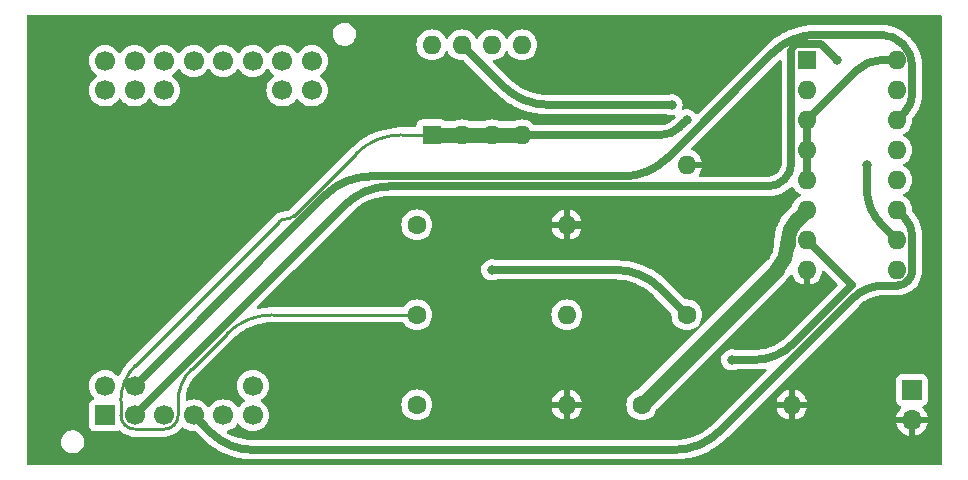
<source format=gbr>
%TF.GenerationSoftware,KiCad,Pcbnew,7.0.8*%
%TF.CreationDate,2025-02-14T01:10:42+05:30*%
%TF.ProjectId,7 segmetn display,37207365-676d-4657-946e-20646973706c,rev?*%
%TF.SameCoordinates,Original*%
%TF.FileFunction,Copper,L2,Bot*%
%TF.FilePolarity,Positive*%
%FSLAX46Y46*%
G04 Gerber Fmt 4.6, Leading zero omitted, Abs format (unit mm)*
G04 Created by KiCad (PCBNEW 7.0.8) date 2025-02-14 01:10:42*
%MOMM*%
%LPD*%
G01*
G04 APERTURE LIST*
%TA.AperFunction,ComponentPad*%
%ADD10R,1.700000X1.700000*%
%TD*%
%TA.AperFunction,ComponentPad*%
%ADD11C,1.700000*%
%TD*%
%TA.AperFunction,ComponentPad*%
%ADD12C,1.600000*%
%TD*%
%TA.AperFunction,ComponentPad*%
%ADD13O,1.600000X1.600000*%
%TD*%
%TA.AperFunction,ComponentPad*%
%ADD14R,1.600000X1.600000*%
%TD*%
%TA.AperFunction,ComponentPad*%
%ADD15O,1.700000X1.700000*%
%TD*%
%TA.AperFunction,ViaPad*%
%ADD16C,0.800000*%
%TD*%
%TA.AperFunction,Conductor*%
%ADD17C,0.635000*%
%TD*%
%TA.AperFunction,Conductor*%
%ADD18C,1.270000*%
%TD*%
%TA.AperFunction,Conductor*%
%ADD19C,0.250000*%
%TD*%
G04 APERTURE END LIST*
D10*
%TO.P,U2,1,E*%
%TO.N,Net-(U1-e)*%
X108232500Y-120267500D03*
D11*
%TO.P,U2,2,D*%
%TO.N,Net-(U1-d)*%
X110732500Y-120267500D03*
%TO.P,U2,3,CC*%
%TO.N,Net-(R2-Pad2)*%
X113232500Y-120267500D03*
%TO.P,U2,4,C*%
%TO.N,Net-(U1-c)*%
X115732500Y-120267500D03*
%TO.P,U2,5,DP*%
%TO.N,unconnected-(U2-DP-Pad5)*%
X118232500Y-120267500D03*
%TO.P,U2,6,B*%
%TO.N,Net-(U1-b)*%
X120732500Y-120267500D03*
%TO.P,U2,9,F*%
%TO.N,Net-(U1-f)*%
X108232500Y-117767500D03*
%TO.P,U2,10,G*%
%TO.N,Net-(U1-g)*%
X110732500Y-117767500D03*
%TO.P,U2,11*%
%TO.N,N/C*%
X120732500Y-117767500D03*
%TO.P,U2,13*%
X108232500Y-92767500D03*
%TO.P,U2,14*%
X110732500Y-92767500D03*
%TO.P,U2,15*%
X113232500Y-92767500D03*
%TO.P,U2,16*%
X123232500Y-92767500D03*
%TO.P,U2,17*%
X125732500Y-92767500D03*
%TO.P,U2,18*%
X108232500Y-90267500D03*
%TO.P,U2,19*%
X110732500Y-90267500D03*
%TO.P,U2,20*%
X113232500Y-90267500D03*
%TO.P,U2,21*%
X115732500Y-90267500D03*
%TO.P,U2,22*%
X118232500Y-90267500D03*
%TO.P,U2,23*%
X120732500Y-90267500D03*
%TO.P,U2,24*%
X123232500Y-90267500D03*
%TO.P,U2,25*%
X125732500Y-90267500D03*
%TD*%
D12*
%TO.P,R5,1*%
%TO.N,Net-(U1-A)*%
X157480000Y-111760000D03*
D13*
%TO.P,R5,2*%
%TO.N,GND*%
X157480000Y-99060000D03*
%TD*%
D14*
%TO.P,U1,1,B*%
%TO.N,Net-(U1-B)*%
X167650000Y-90185000D03*
D13*
%TO.P,U1,2,C*%
%TO.N,Net-(U1-C)*%
X167650000Y-92725000D03*
%TO.P,U1,3,LT*%
%TO.N,+5V*%
X167650000Y-95265000D03*
%TO.P,U1,4,BI*%
X167650000Y-97805000D03*
%TO.P,U1,5,RBI*%
X167650000Y-100345000D03*
%TO.P,U1,6,D*%
%TO.N,Net-(U1-D)*%
X167650000Y-102885000D03*
%TO.P,U1,7,A*%
%TO.N,Net-(U1-A)*%
X167650000Y-105425000D03*
%TO.P,U1,8,GND*%
%TO.N,GND*%
X167650000Y-107965000D03*
%TO.P,U1,9,e*%
%TO.N,Net-(U1-e)*%
X175270000Y-107965000D03*
%TO.P,U1,10,d*%
%TO.N,Net-(U1-d)*%
X175270000Y-105425000D03*
%TO.P,U1,11,c*%
%TO.N,Net-(U1-c)*%
X175270000Y-102885000D03*
%TO.P,U1,12,b*%
%TO.N,Net-(U1-b)*%
X175270000Y-100345000D03*
%TO.P,U1,13,a*%
%TO.N,Net-(U1-a)*%
X175270000Y-97805000D03*
%TO.P,U1,14,g*%
%TO.N,Net-(U1-g)*%
X175270000Y-95265000D03*
%TO.P,U1,15,f*%
%TO.N,Net-(U1-f)*%
X175270000Y-92725000D03*
%TO.P,U1,16,VCC*%
%TO.N,+5V*%
X175270000Y-90185000D03*
%TD*%
D12*
%TO.P,R1,1*%
%TO.N,Net-(U1-B)*%
X134620000Y-104140000D03*
D13*
%TO.P,R1,2*%
%TO.N,GND*%
X147320000Y-104140000D03*
%TD*%
D14*
%TO.P,SW1,1*%
%TO.N,+5V*%
X135890000Y-96520000D03*
D13*
%TO.P,SW1,2*%
X138430000Y-96520000D03*
%TO.P,SW1,3*%
X140970000Y-96520000D03*
%TO.P,SW1,4*%
X143510000Y-96520000D03*
%TO.P,SW1,5*%
%TO.N,Net-(U1-B)*%
X143510000Y-88900000D03*
%TO.P,SW1,6*%
%TO.N,Net-(U1-C)*%
X140970000Y-88900000D03*
%TO.P,SW1,7*%
%TO.N,Net-(U1-D)*%
X138430000Y-88900000D03*
%TO.P,SW1,8*%
%TO.N,Net-(U1-A)*%
X135890000Y-88900000D03*
%TD*%
D12*
%TO.P,R3,1*%
%TO.N,Net-(U1-C)*%
X134620000Y-119380000D03*
D13*
%TO.P,R3,2*%
%TO.N,GND*%
X147320000Y-119380000D03*
%TD*%
D12*
%TO.P,R4,1*%
%TO.N,Net-(U1-D)*%
X153670000Y-119380000D03*
D13*
%TO.P,R4,2*%
%TO.N,GND*%
X166370000Y-119380000D03*
%TD*%
D10*
%TO.P,J1,1,Pin_1*%
%TO.N,+5V*%
X176530000Y-118110000D03*
D15*
%TO.P,J1,2,Pin_2*%
%TO.N,GND*%
X176530000Y-120650000D03*
%TD*%
D12*
%TO.P,R2,1*%
%TO.N,+5V*%
X134620000Y-111760000D03*
D13*
%TO.P,R2,2*%
%TO.N,Net-(R2-Pad2)*%
X147320000Y-111760000D03*
%TD*%
D16*
%TO.N,+5V*%
X157480000Y-95250000D03*
%TO.N,GND*%
X153670000Y-102870000D03*
%TO.N,Net-(U1-D)*%
X156210000Y-93980000D03*
%TO.N,Net-(U1-A)*%
X161290000Y-115570000D03*
X140970000Y-107950000D03*
%TO.N,Net-(U1-d)*%
X170180000Y-90170000D03*
X170180000Y-90170000D03*
X172720000Y-99060000D03*
%TD*%
D17*
%TO.N,+5V*%
X171831974Y-91083025D02*
X167650000Y-95265000D01*
X174000000Y-90185000D02*
X175270000Y-90185000D01*
D18*
X135890000Y-96520000D02*
X143510000Y-96520000D01*
D19*
X135890000Y-96520000D02*
X133325331Y-96520000D01*
X113237636Y-121437844D02*
X110727363Y-121437844D01*
D17*
X157480000Y-95250000D02*
X156845000Y-95885000D01*
D19*
X124221351Y-103370016D02*
X129477575Y-98113792D01*
D17*
X155311974Y-96520000D02*
X143510000Y-96520000D01*
D19*
X109557500Y-119017500D02*
X109557500Y-120267980D01*
D17*
X167650000Y-97805000D02*
X167650000Y-100345000D01*
X167650000Y-97805000D02*
X167650000Y-95265000D01*
D19*
X118554839Y-113353792D02*
X115557051Y-116351580D01*
X122938594Y-103901351D02*
X110784368Y-116055577D01*
X114407500Y-119126843D02*
X114407500Y-120267980D01*
X122402595Y-111760000D02*
X134620000Y-111760000D01*
X122402595Y-111759982D02*
G75*
G03*
X118554839Y-113353792I5J-5441518D01*
G01*
X123579973Y-103635656D02*
G75*
G03*
X122938595Y-103901352I27J-907044D01*
G01*
X115557033Y-116351562D02*
G75*
G03*
X114407500Y-119126843I2775267J-2775238D01*
G01*
X133325331Y-96520008D02*
G75*
G03*
X129477576Y-98113793I-31J-5441492D01*
G01*
X110784367Y-116055576D02*
G75*
G03*
X109557500Y-119017500I2961933J-2961924D01*
G01*
X109900167Y-121095177D02*
G75*
G03*
X110727363Y-121437844I827233J827177D01*
G01*
X109557525Y-120267980D02*
G75*
G03*
X109900145Y-121095199I1169875J-20D01*
G01*
D17*
X174000000Y-90184985D02*
G75*
G03*
X171831975Y-91083026I0J-3066015D01*
G01*
D19*
X123579973Y-103635653D02*
G75*
G03*
X124221351Y-103370016I27J907053D01*
G01*
D17*
X155311974Y-96519989D02*
G75*
G03*
X156845000Y-95885000I26J2167989D01*
G01*
D19*
X113237636Y-121437875D02*
G75*
G03*
X114064855Y-121095199I-36J1169875D01*
G01*
X114064872Y-121095216D02*
G75*
G03*
X114407500Y-120267980I-827272J827216D01*
G01*
D17*
%TO.N,GND*%
X151501974Y-104140000D02*
X147320000Y-104140000D01*
X153670000Y-102870000D02*
X153035000Y-103505000D01*
X151501974Y-104139989D02*
G75*
G03*
X153035000Y-103505000I26J2167989D01*
G01*
%TO.N,Net-(U1-D)*%
X141916207Y-92386207D02*
X138430000Y-88900000D01*
D18*
X166832500Y-103702500D02*
X167650000Y-102885000D01*
D17*
X156210000Y-93980000D02*
X145763963Y-93980000D01*
D18*
X165125813Y-107924186D02*
X153670000Y-119380000D01*
X166015000Y-105676119D02*
X166015000Y-105777500D01*
X165125819Y-107924192D02*
G75*
G03*
X166015000Y-105777500I-2146719J2146692D01*
G01*
X166832494Y-103702494D02*
G75*
G03*
X166015000Y-105676119I1973606J-1973606D01*
G01*
D17*
X141916215Y-92386199D02*
G75*
G03*
X145763963Y-93980000I3847785J3847799D01*
G01*
%TO.N,Net-(U1-A)*%
X171442928Y-109217928D02*
X167650000Y-105425000D01*
X166480877Y-114214122D02*
X171442928Y-109252071D01*
X163207500Y-115570000D02*
X161290000Y-115570000D01*
X155263792Y-109543792D02*
X157480000Y-111760000D01*
X151416036Y-107950000D02*
X140970000Y-107950000D01*
X163207500Y-115569985D02*
G75*
G03*
X166480876Y-114214121I0J4629285D01*
G01*
X155263784Y-109543800D02*
G75*
G03*
X151416036Y-107950000I-3847784J-3847800D01*
G01*
X171442920Y-109252063D02*
G75*
G03*
X171450000Y-109235000I-17020J17063D01*
G01*
X171450012Y-109235000D02*
G75*
G03*
X171442928Y-109217928I-24112J0D01*
G01*
%TO.N,Net-(U1-d)*%
X170180000Y-90170000D02*
X168952857Y-88942857D01*
X173995000Y-104150000D02*
X175270000Y-105425000D01*
X166849999Y-88867500D02*
X168557784Y-88867500D01*
X172720000Y-99060000D02*
X172720000Y-101071877D01*
X168770928Y-88867500D02*
X168557784Y-88867500D01*
X128522593Y-102477406D02*
X110732500Y-120267500D01*
X132370349Y-100883614D02*
X164332501Y-100883614D01*
X166332500Y-89384999D02*
X166332500Y-98883615D01*
X168952846Y-88942868D02*
G75*
G03*
X168770928Y-88867500I-181946J-181932D01*
G01*
X132370349Y-100883660D02*
G75*
G03*
X128522594Y-102477407I-49J-5441540D01*
G01*
X166484072Y-89019072D02*
G75*
G03*
X166332500Y-89384999I365928J-365928D01*
G01*
X166849999Y-88867500D02*
G75*
G03*
X166484072Y-89019072I1J-517500D01*
G01*
X172720010Y-101071877D02*
G75*
G03*
X173995001Y-104149999I4353090J-23D01*
G01*
X164332501Y-100883600D02*
G75*
G03*
X166332500Y-98883615I-1J2000000D01*
G01*
%TO.N,Net-(U1-c)*%
X174200991Y-109282500D02*
X175257858Y-109282500D01*
X160279660Y-121596207D02*
X171456606Y-110419261D01*
X176587500Y-107952858D02*
X176587500Y-105134113D01*
X120721519Y-123190000D02*
X156431904Y-123190000D01*
X117193750Y-121728750D02*
X115732500Y-120267500D01*
X175928750Y-103543750D02*
X175270000Y-102885000D01*
X176587494Y-105134113D02*
G75*
G03*
X175928750Y-103543750I-2249094J13D01*
G01*
X117193744Y-121728756D02*
G75*
G03*
X120721519Y-123190000I3527756J3527756D01*
G01*
X175257858Y-109282482D02*
G75*
G03*
X176198056Y-108893056I42J1329582D01*
G01*
X176198069Y-108893069D02*
G75*
G03*
X176587500Y-107952858I-940169J940169D01*
G01*
X156431904Y-123189987D02*
G75*
G03*
X160279660Y-121596207I-4J5441587D01*
G01*
X174200991Y-109282480D02*
G75*
G03*
X171456606Y-110419261I9J-3881120D01*
G01*
%TO.N,Net-(U1-g)*%
X168543739Y-88032500D02*
X173832424Y-88032500D01*
X176587500Y-93015886D02*
X176587500Y-90787575D01*
X175928750Y-94606250D02*
X175270000Y-95265000D01*
X126857593Y-101642406D02*
X110732500Y-117767500D01*
X155867454Y-98454821D02*
X164695983Y-89626292D01*
X152019698Y-100048614D02*
X130705349Y-100048614D01*
X175780550Y-88839450D02*
G75*
G03*
X173832424Y-88032500I-1948150J-1948150D01*
G01*
X152019698Y-100048622D02*
G75*
G03*
X155867454Y-98454821I2J5441522D01*
G01*
X168543739Y-88032513D02*
G75*
G03*
X164695983Y-89626292I-39J-5441487D01*
G01*
X175928754Y-94606254D02*
G75*
G03*
X176587500Y-93015886I-1590354J1590354D01*
G01*
X176587510Y-90787575D02*
G75*
G03*
X175780557Y-88839443I-2755110J-25D01*
G01*
X130705349Y-100048660D02*
G75*
G03*
X126857594Y-101642407I-49J-5441540D01*
G01*
%TD*%
%TA.AperFunction,Conductor*%
%TO.N,GND*%
G36*
X166424791Y-100879074D02*
G01*
X166480725Y-100920945D01*
X166493837Y-100942846D01*
X166514956Y-100988136D01*
X166519431Y-100997732D01*
X166519432Y-100997734D01*
X166649954Y-101184141D01*
X166810858Y-101345045D01*
X166810861Y-101345047D01*
X166997266Y-101475568D01*
X167055275Y-101502618D01*
X167107714Y-101548791D01*
X167126866Y-101615984D01*
X167106650Y-101682865D01*
X167055275Y-101727382D01*
X166997267Y-101754431D01*
X166997265Y-101754432D01*
X166810858Y-101884954D01*
X166649954Y-102045858D01*
X166519432Y-102232265D01*
X166519431Y-102232267D01*
X166423260Y-102438504D01*
X166423260Y-102438505D01*
X166407190Y-102498476D01*
X166375097Y-102554061D01*
X166065902Y-102863257D01*
X166065882Y-102863268D01*
X165908349Y-103020800D01*
X165687948Y-103283463D01*
X165687949Y-103283463D01*
X165687948Y-103283464D01*
X165654316Y-103331496D01*
X165491283Y-103564331D01*
X165491280Y-103564335D01*
X165491280Y-103564336D01*
X165348085Y-103812359D01*
X165319839Y-103861282D01*
X165174931Y-104172040D01*
X165174931Y-104172039D01*
X165157035Y-104221210D01*
X165057662Y-104494239D01*
X164968920Y-104825437D01*
X164909381Y-105163110D01*
X164886470Y-105424998D01*
X164879499Y-105504686D01*
X164879500Y-105622028D01*
X164879500Y-105775462D01*
X164879367Y-105779518D01*
X164863507Y-106021497D01*
X164862447Y-106029546D01*
X164815540Y-106265360D01*
X164813439Y-106273201D01*
X164736147Y-106500901D01*
X164733040Y-106508401D01*
X164626701Y-106724039D01*
X164622642Y-106731070D01*
X164489053Y-106931001D01*
X164484111Y-106937442D01*
X164324307Y-107119663D01*
X164321535Y-107122624D01*
X164296698Y-107147462D01*
X153339061Y-118105097D01*
X153283476Y-118137190D01*
X153223505Y-118153260D01*
X153223504Y-118153260D01*
X153017267Y-118249431D01*
X153017265Y-118249432D01*
X152830858Y-118379954D01*
X152669954Y-118540858D01*
X152539432Y-118727265D01*
X152539431Y-118727267D01*
X152443261Y-118933502D01*
X152443258Y-118933511D01*
X152384366Y-119153302D01*
X152384364Y-119153313D01*
X152364532Y-119379998D01*
X152364532Y-119380001D01*
X152384364Y-119606686D01*
X152384366Y-119606697D01*
X152443258Y-119826488D01*
X152443261Y-119826497D01*
X152539431Y-120032732D01*
X152539432Y-120032734D01*
X152669954Y-120219141D01*
X152830858Y-120380045D01*
X152830861Y-120380047D01*
X153017266Y-120510568D01*
X153223504Y-120606739D01*
X153443308Y-120665635D01*
X153605230Y-120679801D01*
X153669998Y-120685468D01*
X153670000Y-120685468D01*
X153670002Y-120685468D01*
X153726673Y-120680509D01*
X153896692Y-120665635D01*
X154116496Y-120606739D01*
X154322734Y-120510568D01*
X154509139Y-120380047D01*
X154670047Y-120219139D01*
X154800568Y-120032734D01*
X154896739Y-119826496D01*
X154912808Y-119766521D01*
X154944899Y-119710938D01*
X165851423Y-108804413D01*
X165851430Y-108804408D01*
X165858490Y-108797347D01*
X165858492Y-108797347D01*
X165892413Y-108763426D01*
X165892441Y-108763410D01*
X166016655Y-108639195D01*
X166057525Y-108598324D01*
X166057524Y-108598324D01*
X166057530Y-108598319D01*
X166057529Y-108598319D01*
X166223856Y-108400094D01*
X166282026Y-108361393D01*
X166351887Y-108360284D01*
X166411257Y-108397121D01*
X166431227Y-108427396D01*
X166519865Y-108617482D01*
X166650342Y-108803820D01*
X166811179Y-108964657D01*
X166997517Y-109095134D01*
X167203673Y-109191265D01*
X167203682Y-109191269D01*
X167399999Y-109243872D01*
X167400000Y-109243871D01*
X167400000Y-108280686D01*
X167411955Y-108292641D01*
X167524852Y-108350165D01*
X167618519Y-108365000D01*
X167681481Y-108365000D01*
X167775148Y-108350165D01*
X167888045Y-108292641D01*
X167900000Y-108280686D01*
X167900000Y-109243872D01*
X168096317Y-109191269D01*
X168096326Y-109191265D01*
X168302482Y-109095134D01*
X168488820Y-108964657D01*
X168649657Y-108803820D01*
X168780134Y-108617482D01*
X168876265Y-108411326D01*
X168876269Y-108411317D01*
X168935139Y-108191610D01*
X168935141Y-108191599D01*
X168938081Y-108157992D01*
X168963532Y-108092923D01*
X169020122Y-108051943D01*
X169089884Y-108048064D01*
X169149290Y-108081116D01*
X170215492Y-109147318D01*
X170248977Y-109208641D01*
X170243993Y-109278333D01*
X170215492Y-109322680D01*
X165902497Y-113635676D01*
X165659322Y-113858502D01*
X165655176Y-113861980D01*
X165395694Y-114061085D01*
X165391261Y-114064189D01*
X165115414Y-114239920D01*
X165110728Y-114242625D01*
X164820602Y-114393655D01*
X164815700Y-114395940D01*
X164513518Y-114521107D01*
X164508445Y-114522953D01*
X164196510Y-114621306D01*
X164191283Y-114622706D01*
X163871957Y-114693498D01*
X163866628Y-114694438D01*
X163542359Y-114737128D01*
X163536968Y-114737600D01*
X163491549Y-114739583D01*
X163207500Y-114751985D01*
X163207165Y-114752000D01*
X161693062Y-114752000D01*
X161642626Y-114741279D01*
X161569806Y-114708857D01*
X161569802Y-114708855D01*
X161424001Y-114677865D01*
X161384646Y-114669500D01*
X161195354Y-114669500D01*
X161162897Y-114676398D01*
X161010197Y-114708855D01*
X161010192Y-114708857D01*
X160837270Y-114785848D01*
X160837265Y-114785851D01*
X160684129Y-114897111D01*
X160557466Y-115037785D01*
X160462821Y-115201715D01*
X160462818Y-115201722D01*
X160404327Y-115381740D01*
X160404326Y-115381744D01*
X160384540Y-115570000D01*
X160404326Y-115758256D01*
X160404327Y-115758259D01*
X160462818Y-115938277D01*
X160462821Y-115938284D01*
X160557467Y-116102216D01*
X160678567Y-116236711D01*
X160684129Y-116242888D01*
X160837265Y-116354148D01*
X160837270Y-116354151D01*
X161010192Y-116431142D01*
X161010197Y-116431144D01*
X161195354Y-116470500D01*
X161195355Y-116470500D01*
X161384644Y-116470500D01*
X161384646Y-116470500D01*
X161569803Y-116431144D01*
X161624099Y-116406969D01*
X161642626Y-116398721D01*
X161693062Y-116388000D01*
X163254915Y-116388000D01*
X163255447Y-116387985D01*
X163421525Y-116387985D01*
X163848241Y-116354402D01*
X163848242Y-116354402D01*
X163934381Y-116340759D01*
X164084883Y-116316922D01*
X164154177Y-116325877D01*
X164207629Y-116370873D01*
X164228268Y-116437624D01*
X164209543Y-116504938D01*
X164191962Y-116527076D01*
X159762044Y-120956996D01*
X159731647Y-120987393D01*
X159701250Y-121017790D01*
X159540190Y-121165372D01*
X159405864Y-121288457D01*
X159401718Y-121291935D01*
X159086014Y-121534181D01*
X159081582Y-121537285D01*
X158745961Y-121751098D01*
X158741274Y-121753803D01*
X158388295Y-121937551D01*
X158383394Y-121939836D01*
X158015743Y-122092121D01*
X158010670Y-122093967D01*
X157631150Y-122213629D01*
X157625923Y-122215029D01*
X157237413Y-122301159D01*
X157232084Y-122302099D01*
X156837559Y-122354039D01*
X156832168Y-122354511D01*
X156795111Y-122356129D01*
X156431903Y-122371987D01*
X156431614Y-122372000D01*
X120810534Y-122372000D01*
X120810514Y-122371999D01*
X120807491Y-122371999D01*
X120721516Y-122372000D01*
X120360690Y-122356247D01*
X120355300Y-122355775D01*
X119999915Y-122308989D01*
X119994585Y-122308049D01*
X119644617Y-122230464D01*
X119639397Y-122229065D01*
X119466724Y-122174623D01*
X119297525Y-122121275D01*
X119292447Y-122119427D01*
X119041772Y-122015595D01*
X118961265Y-121982248D01*
X118956368Y-121979965D01*
X118638411Y-121814447D01*
X118633726Y-121811742D01*
X118591177Y-121784635D01*
X118545213Y-121732013D01*
X118534995Y-121662895D01*
X118563768Y-121599224D01*
X118622396Y-121561217D01*
X118625688Y-121560286D01*
X118653021Y-121552962D01*
X118696150Y-121541407D01*
X118696153Y-121541405D01*
X118696163Y-121541403D01*
X118910330Y-121441535D01*
X119103901Y-121305995D01*
X119270995Y-121138901D01*
X119380925Y-120981905D01*
X119435502Y-120938280D01*
X119505000Y-120931086D01*
X119567355Y-120962609D01*
X119584075Y-120981905D01*
X119694000Y-121138895D01*
X119694005Y-121138901D01*
X119861099Y-121305995D01*
X119957884Y-121373765D01*
X120054665Y-121441532D01*
X120054667Y-121441533D01*
X120054670Y-121441535D01*
X120268837Y-121541403D01*
X120268843Y-121541404D01*
X120268844Y-121541405D01*
X120271065Y-121542000D01*
X120497092Y-121602563D01*
X120673534Y-121618000D01*
X120732499Y-121623159D01*
X120732500Y-121623159D01*
X120732501Y-121623159D01*
X120791466Y-121618000D01*
X120967908Y-121602563D01*
X121196163Y-121541403D01*
X121410330Y-121441535D01*
X121603901Y-121305995D01*
X121770995Y-121138901D01*
X121906535Y-120945330D01*
X122006403Y-120731163D01*
X122067563Y-120502908D01*
X122088159Y-120267500D01*
X122067563Y-120032092D01*
X122006403Y-119803837D01*
X121906535Y-119589671D01*
X121894436Y-119572391D01*
X121770994Y-119396097D01*
X121754898Y-119380001D01*
X133314532Y-119380001D01*
X133334364Y-119606686D01*
X133334366Y-119606697D01*
X133393258Y-119826488D01*
X133393261Y-119826497D01*
X133489431Y-120032732D01*
X133489432Y-120032734D01*
X133619954Y-120219141D01*
X133780858Y-120380045D01*
X133780861Y-120380047D01*
X133967266Y-120510568D01*
X134173504Y-120606739D01*
X134393308Y-120665635D01*
X134555230Y-120679801D01*
X134619998Y-120685468D01*
X134620000Y-120685468D01*
X134620002Y-120685468D01*
X134676673Y-120680509D01*
X134846692Y-120665635D01*
X135066496Y-120606739D01*
X135272734Y-120510568D01*
X135459139Y-120380047D01*
X135620047Y-120219139D01*
X135750568Y-120032734D01*
X135846739Y-119826496D01*
X135905635Y-119606692D01*
X135925468Y-119380000D01*
X135924560Y-119369627D01*
X135914519Y-119254852D01*
X135905635Y-119153308D01*
X135899389Y-119129999D01*
X146041127Y-119129999D01*
X146041128Y-119130000D01*
X147004314Y-119130000D01*
X146992359Y-119141955D01*
X146934835Y-119254852D01*
X146915014Y-119380000D01*
X146934835Y-119505148D01*
X146992359Y-119618045D01*
X147004314Y-119630000D01*
X146041128Y-119630000D01*
X146093730Y-119826317D01*
X146093734Y-119826326D01*
X146189865Y-120032482D01*
X146320342Y-120218820D01*
X146481179Y-120379657D01*
X146667517Y-120510134D01*
X146873673Y-120606265D01*
X146873682Y-120606269D01*
X147069999Y-120658872D01*
X147070000Y-120658871D01*
X147070000Y-119695686D01*
X147081955Y-119707641D01*
X147194852Y-119765165D01*
X147288519Y-119780000D01*
X147351481Y-119780000D01*
X147445148Y-119765165D01*
X147558045Y-119707641D01*
X147570000Y-119695686D01*
X147570000Y-120658872D01*
X147766317Y-120606269D01*
X147766326Y-120606265D01*
X147972482Y-120510134D01*
X148158820Y-120379657D01*
X148319657Y-120218820D01*
X148450134Y-120032482D01*
X148546265Y-119826326D01*
X148546269Y-119826317D01*
X148598872Y-119630000D01*
X147635686Y-119630000D01*
X147647641Y-119618045D01*
X147705165Y-119505148D01*
X147724986Y-119380000D01*
X147705165Y-119254852D01*
X147647641Y-119141955D01*
X147635686Y-119130000D01*
X148598872Y-119130000D01*
X148598872Y-119129999D01*
X148546269Y-118933682D01*
X148546265Y-118933673D01*
X148450134Y-118727517D01*
X148319657Y-118541179D01*
X148158820Y-118380342D01*
X147972482Y-118249865D01*
X147766328Y-118153734D01*
X147570000Y-118101127D01*
X147570000Y-119064314D01*
X147558045Y-119052359D01*
X147445148Y-118994835D01*
X147351481Y-118980000D01*
X147288519Y-118980000D01*
X147194852Y-118994835D01*
X147081955Y-119052359D01*
X147070000Y-119064314D01*
X147070000Y-118101127D01*
X146873671Y-118153734D01*
X146667517Y-118249865D01*
X146481179Y-118380342D01*
X146320342Y-118541179D01*
X146189865Y-118727517D01*
X146093734Y-118933673D01*
X146093730Y-118933682D01*
X146041127Y-119129999D01*
X135899389Y-119129999D01*
X135848379Y-118939625D01*
X135846741Y-118933511D01*
X135846738Y-118933502D01*
X135836637Y-118911841D01*
X135750568Y-118727266D01*
X135620047Y-118540861D01*
X135620045Y-118540858D01*
X135459141Y-118379954D01*
X135272734Y-118249432D01*
X135272732Y-118249431D01*
X135066497Y-118153261D01*
X135066488Y-118153258D01*
X134846697Y-118094366D01*
X134846693Y-118094365D01*
X134846692Y-118094365D01*
X134846691Y-118094364D01*
X134846686Y-118094364D01*
X134620002Y-118074532D01*
X134619998Y-118074532D01*
X134393313Y-118094364D01*
X134393302Y-118094366D01*
X134173511Y-118153258D01*
X134173502Y-118153261D01*
X133967267Y-118249431D01*
X133967265Y-118249432D01*
X133780858Y-118379954D01*
X133619954Y-118540858D01*
X133489432Y-118727265D01*
X133489431Y-118727267D01*
X133393261Y-118933502D01*
X133393258Y-118933511D01*
X133334366Y-119153302D01*
X133334364Y-119153313D01*
X133314532Y-119379998D01*
X133314532Y-119380001D01*
X121754898Y-119380001D01*
X121603902Y-119229006D01*
X121603896Y-119229001D01*
X121446905Y-119119075D01*
X121403280Y-119064498D01*
X121396086Y-118995000D01*
X121427609Y-118932645D01*
X121446905Y-118915925D01*
X121516270Y-118867355D01*
X121603901Y-118805995D01*
X121770995Y-118638901D01*
X121906535Y-118445330D01*
X122006403Y-118231163D01*
X122067563Y-118002908D01*
X122088159Y-117767500D01*
X122067563Y-117532092D01*
X122006403Y-117303837D01*
X121906535Y-117089671D01*
X121856121Y-117017671D01*
X121770994Y-116896097D01*
X121603902Y-116729006D01*
X121603895Y-116729001D01*
X121410334Y-116593467D01*
X121410330Y-116593465D01*
X121410328Y-116593464D01*
X121196163Y-116493597D01*
X121196159Y-116493596D01*
X121196155Y-116493594D01*
X120967913Y-116432438D01*
X120967903Y-116432436D01*
X120732501Y-116411841D01*
X120732499Y-116411841D01*
X120497096Y-116432436D01*
X120497086Y-116432438D01*
X120268844Y-116493594D01*
X120268835Y-116493598D01*
X120054671Y-116593464D01*
X120054669Y-116593465D01*
X119861097Y-116729005D01*
X119694005Y-116896097D01*
X119558465Y-117089669D01*
X119558464Y-117089671D01*
X119458598Y-117303835D01*
X119458594Y-117303844D01*
X119397438Y-117532086D01*
X119397436Y-117532096D01*
X119376841Y-117767499D01*
X119376841Y-117767500D01*
X119397436Y-118002903D01*
X119397438Y-118002913D01*
X119458594Y-118231155D01*
X119458596Y-118231159D01*
X119458597Y-118231163D01*
X119467116Y-118249431D01*
X119558465Y-118445330D01*
X119558467Y-118445334D01*
X119625579Y-118541179D01*
X119694001Y-118638896D01*
X119694006Y-118638902D01*
X119861097Y-118805993D01*
X119861103Y-118805998D01*
X120018095Y-118915925D01*
X120061720Y-118970502D01*
X120068914Y-119040000D01*
X120037391Y-119102355D01*
X120018095Y-119119075D01*
X119861097Y-119229005D01*
X119694005Y-119396097D01*
X119584075Y-119553095D01*
X119529498Y-119596720D01*
X119460000Y-119603914D01*
X119397645Y-119572391D01*
X119380925Y-119553095D01*
X119270994Y-119396097D01*
X119103902Y-119229006D01*
X119103895Y-119229001D01*
X118910334Y-119093467D01*
X118910330Y-119093465D01*
X118910328Y-119093464D01*
X118696163Y-118993597D01*
X118696159Y-118993596D01*
X118696155Y-118993594D01*
X118467913Y-118932438D01*
X118467903Y-118932436D01*
X118232501Y-118911841D01*
X118232499Y-118911841D01*
X117997096Y-118932436D01*
X117997086Y-118932438D01*
X117768844Y-118993594D01*
X117768835Y-118993598D01*
X117554671Y-119093464D01*
X117554669Y-119093465D01*
X117361097Y-119229005D01*
X117194005Y-119396097D01*
X117084075Y-119553095D01*
X117029498Y-119596720D01*
X116960000Y-119603914D01*
X116897645Y-119572391D01*
X116880925Y-119553095D01*
X116770994Y-119396097D01*
X116603902Y-119229006D01*
X116603895Y-119229001D01*
X116410334Y-119093467D01*
X116410330Y-119093465D01*
X116410328Y-119093464D01*
X116196163Y-118993597D01*
X116196159Y-118993596D01*
X116196155Y-118993594D01*
X115967913Y-118932438D01*
X115967903Y-118932436D01*
X115732501Y-118911841D01*
X115732499Y-118911841D01*
X115497096Y-118932436D01*
X115497086Y-118932438D01*
X115268844Y-118993594D01*
X115268834Y-118993598D01*
X115220509Y-119016132D01*
X115151431Y-119026623D01*
X115087648Y-118998102D01*
X115049409Y-118939625D01*
X115044255Y-118897671D01*
X115048735Y-118806485D01*
X115049329Y-118800442D01*
X115095942Y-118486180D01*
X115097124Y-118480232D01*
X115174320Y-118172035D01*
X115176084Y-118166225D01*
X115283108Y-117867105D01*
X115285437Y-117861481D01*
X115329886Y-117767500D01*
X115421270Y-117574281D01*
X115424126Y-117568938D01*
X115587461Y-117296425D01*
X115590823Y-117291393D01*
X115780083Y-117036202D01*
X115783935Y-117031509D01*
X115997961Y-116795364D01*
X116000008Y-116793213D01*
X116053053Y-116740168D01*
X116053052Y-116740168D01*
X118997138Y-113796084D01*
X119273038Y-113541040D01*
X119276726Y-113537890D01*
X119569893Y-113306773D01*
X119573797Y-113303936D01*
X119884208Y-113096524D01*
X119888342Y-113093992D01*
X119974692Y-113045633D01*
X120214041Y-112911589D01*
X120218350Y-112909393D01*
X120557359Y-112753106D01*
X120561847Y-112751247D01*
X120912076Y-112622039D01*
X120916681Y-112620543D01*
X121275973Y-112519210D01*
X121280685Y-112518079D01*
X121646818Y-112445250D01*
X121651604Y-112444492D01*
X122022350Y-112400610D01*
X122027133Y-112400234D01*
X122402138Y-112385500D01*
X122402596Y-112385500D01*
X122478545Y-112385500D01*
X133405812Y-112385500D01*
X133472851Y-112405185D01*
X133507387Y-112438377D01*
X133619954Y-112599141D01*
X133780858Y-112760045D01*
X133780861Y-112760047D01*
X133967266Y-112890568D01*
X134173504Y-112986739D01*
X134393308Y-113045635D01*
X134555230Y-113059801D01*
X134619998Y-113065468D01*
X134620000Y-113065468D01*
X134620002Y-113065468D01*
X134676673Y-113060509D01*
X134846692Y-113045635D01*
X135066496Y-112986739D01*
X135272734Y-112890568D01*
X135459139Y-112760047D01*
X135620047Y-112599139D01*
X135750568Y-112412734D01*
X135846739Y-112206496D01*
X135905635Y-111986692D01*
X135925468Y-111760001D01*
X146014532Y-111760001D01*
X146034364Y-111986686D01*
X146034366Y-111986697D01*
X146093258Y-112206488D01*
X146093261Y-112206497D01*
X146189431Y-112412732D01*
X146189432Y-112412734D01*
X146319954Y-112599141D01*
X146480858Y-112760045D01*
X146480861Y-112760047D01*
X146667266Y-112890568D01*
X146873504Y-112986739D01*
X147093308Y-113045635D01*
X147255230Y-113059801D01*
X147319998Y-113065468D01*
X147320000Y-113065468D01*
X147320002Y-113065468D01*
X147376673Y-113060509D01*
X147546692Y-113045635D01*
X147766496Y-112986739D01*
X147972734Y-112890568D01*
X148159139Y-112760047D01*
X148320047Y-112599139D01*
X148450568Y-112412734D01*
X148546739Y-112206496D01*
X148605635Y-111986692D01*
X148625468Y-111760000D01*
X148605635Y-111533308D01*
X148546739Y-111313504D01*
X148450568Y-111107266D01*
X148320047Y-110920861D01*
X148320045Y-110920858D01*
X148159141Y-110759954D01*
X147972734Y-110629432D01*
X147972732Y-110629431D01*
X147766497Y-110533261D01*
X147766488Y-110533258D01*
X147546697Y-110474366D01*
X147546693Y-110474365D01*
X147546692Y-110474365D01*
X147546691Y-110474364D01*
X147546686Y-110474364D01*
X147320002Y-110454532D01*
X147319998Y-110454532D01*
X147093313Y-110474364D01*
X147093302Y-110474366D01*
X146873511Y-110533258D01*
X146873502Y-110533261D01*
X146667267Y-110629431D01*
X146667265Y-110629432D01*
X146480858Y-110759954D01*
X146319954Y-110920858D01*
X146189432Y-111107265D01*
X146189431Y-111107267D01*
X146093261Y-111313502D01*
X146093258Y-111313511D01*
X146034366Y-111533302D01*
X146034364Y-111533313D01*
X146014532Y-111759998D01*
X146014532Y-111760001D01*
X135925468Y-111760001D01*
X135925468Y-111760000D01*
X135905635Y-111533308D01*
X135846739Y-111313504D01*
X135750568Y-111107266D01*
X135620047Y-110920861D01*
X135620045Y-110920858D01*
X135459141Y-110759954D01*
X135272734Y-110629432D01*
X135272732Y-110629431D01*
X135066497Y-110533261D01*
X135066488Y-110533258D01*
X134846697Y-110474366D01*
X134846693Y-110474365D01*
X134846692Y-110474365D01*
X134846691Y-110474364D01*
X134846686Y-110474364D01*
X134620002Y-110454532D01*
X134619998Y-110454532D01*
X134393313Y-110474364D01*
X134393302Y-110474366D01*
X134173511Y-110533258D01*
X134173502Y-110533261D01*
X133967267Y-110629431D01*
X133967265Y-110629432D01*
X133780858Y-110759954D01*
X133619954Y-110920858D01*
X133507387Y-111081623D01*
X133452811Y-111125248D01*
X133405812Y-111134500D01*
X122453974Y-111134500D01*
X122453913Y-111134482D01*
X122402594Y-111134482D01*
X122185909Y-111134482D01*
X121753637Y-111165399D01*
X121753638Y-111165399D01*
X121511261Y-111200249D01*
X121324681Y-111227076D01*
X121308137Y-111230674D01*
X121232605Y-111247105D01*
X121162913Y-111242121D01*
X121106980Y-111200249D01*
X121082563Y-111134785D01*
X121097415Y-111066512D01*
X121118562Y-111038262D01*
X124206825Y-107950000D01*
X140064540Y-107950000D01*
X140084326Y-108138256D01*
X140084327Y-108138259D01*
X140142818Y-108318277D01*
X140142821Y-108318284D01*
X140237467Y-108482216D01*
X140359261Y-108617482D01*
X140364129Y-108622888D01*
X140517265Y-108734148D01*
X140517270Y-108734151D01*
X140690192Y-108811142D01*
X140690197Y-108811144D01*
X140875354Y-108850500D01*
X140875355Y-108850500D01*
X141064644Y-108850500D01*
X141064646Y-108850500D01*
X141249803Y-108811144D01*
X141307184Y-108785596D01*
X141322626Y-108778721D01*
X141373062Y-108768000D01*
X151330055Y-108768000D01*
X151416031Y-108768000D01*
X151816312Y-108785478D01*
X151821672Y-108785947D01*
X152216229Y-108837895D01*
X152221538Y-108838831D01*
X152610055Y-108924965D01*
X152615277Y-108926365D01*
X152994794Y-109046028D01*
X152999879Y-109047879D01*
X153073326Y-109078301D01*
X153367542Y-109200170D01*
X153372412Y-109202441D01*
X153725403Y-109386197D01*
X153730081Y-109388899D01*
X154065706Y-109602715D01*
X154070134Y-109605816D01*
X154335886Y-109809734D01*
X154385836Y-109848062D01*
X154389981Y-109851540D01*
X154486681Y-109940148D01*
X154685372Y-110122214D01*
X154685372Y-110122213D01*
X154685543Y-110122370D01*
X154703990Y-110140817D01*
X154722514Y-110159341D01*
X156145603Y-111582429D01*
X156179088Y-111643752D01*
X156181450Y-111680916D01*
X156174532Y-111759996D01*
X156174532Y-111760001D01*
X156194364Y-111986686D01*
X156194366Y-111986697D01*
X156253258Y-112206488D01*
X156253261Y-112206497D01*
X156349431Y-112412732D01*
X156349432Y-112412734D01*
X156479954Y-112599141D01*
X156640858Y-112760045D01*
X156640861Y-112760047D01*
X156827266Y-112890568D01*
X157033504Y-112986739D01*
X157253308Y-113045635D01*
X157415230Y-113059801D01*
X157479998Y-113065468D01*
X157480000Y-113065468D01*
X157480002Y-113065468D01*
X157536673Y-113060509D01*
X157706692Y-113045635D01*
X157926496Y-112986739D01*
X158132734Y-112890568D01*
X158319139Y-112760047D01*
X158480047Y-112599139D01*
X158610568Y-112412734D01*
X158706739Y-112206496D01*
X158765635Y-111986692D01*
X158785468Y-111760000D01*
X158765635Y-111533308D01*
X158706739Y-111313504D01*
X158610568Y-111107266D01*
X158480047Y-110920861D01*
X158480045Y-110920858D01*
X158319141Y-110759954D01*
X158132734Y-110629432D01*
X158132732Y-110629431D01*
X157926497Y-110533261D01*
X157926488Y-110533258D01*
X157706697Y-110474366D01*
X157706693Y-110474365D01*
X157706692Y-110474365D01*
X157706691Y-110474364D01*
X157706686Y-110474364D01*
X157480002Y-110454532D01*
X157479997Y-110454532D01*
X157400916Y-110461450D01*
X157332416Y-110447683D01*
X157302429Y-110425603D01*
X155910068Y-109033242D01*
X155910066Y-109033239D01*
X155808649Y-108931822D01*
X155808351Y-108931540D01*
X155684120Y-108807308D01*
X155346210Y-108514508D01*
X155346210Y-108514507D01*
X154988262Y-108246552D01*
X154988263Y-108246553D01*
X154612124Y-108004824D01*
X154219696Y-107790541D01*
X153812988Y-107604803D01*
X153812989Y-107604803D01*
X153812986Y-107604802D01*
X153394058Y-107448549D01*
X152965050Y-107322579D01*
X152965047Y-107322578D01*
X152528151Y-107227535D01*
X152085585Y-107163901D01*
X151639602Y-107132001D01*
X151461975Y-107132000D01*
X151461974Y-107132000D01*
X151416041Y-107132000D01*
X151330066Y-107131999D01*
X151330065Y-107131999D01*
X151327042Y-107131999D01*
X151327023Y-107132000D01*
X141373062Y-107132000D01*
X141322626Y-107121279D01*
X141249806Y-107088857D01*
X141249802Y-107088855D01*
X141104001Y-107057865D01*
X141064646Y-107049500D01*
X140875354Y-107049500D01*
X140842897Y-107056398D01*
X140690197Y-107088855D01*
X140690192Y-107088857D01*
X140517270Y-107165848D01*
X140517265Y-107165851D01*
X140364129Y-107277111D01*
X140237466Y-107417785D01*
X140142821Y-107581715D01*
X140142818Y-107581722D01*
X140091939Y-107738313D01*
X140084326Y-107761744D01*
X140064540Y-107950000D01*
X124206825Y-107950000D01*
X128016825Y-104140001D01*
X133314532Y-104140001D01*
X133334364Y-104366686D01*
X133334366Y-104366697D01*
X133393258Y-104586488D01*
X133393261Y-104586497D01*
X133489431Y-104792732D01*
X133489432Y-104792734D01*
X133619954Y-104979141D01*
X133780858Y-105140045D01*
X133780861Y-105140047D01*
X133967266Y-105270568D01*
X134173504Y-105366739D01*
X134393308Y-105425635D01*
X134555230Y-105439801D01*
X134619998Y-105445468D01*
X134620000Y-105445468D01*
X134620002Y-105445468D01*
X134676673Y-105440509D01*
X134846692Y-105425635D01*
X135066496Y-105366739D01*
X135272734Y-105270568D01*
X135459139Y-105140047D01*
X135620047Y-104979139D01*
X135750568Y-104792734D01*
X135846739Y-104586496D01*
X135905635Y-104366692D01*
X135925468Y-104140000D01*
X135922995Y-104111739D01*
X135914582Y-104015570D01*
X135905635Y-103913308D01*
X135899389Y-103889999D01*
X146041127Y-103889999D01*
X146041128Y-103890000D01*
X147004314Y-103890000D01*
X146992359Y-103901955D01*
X146934835Y-104014852D01*
X146915014Y-104140000D01*
X146934835Y-104265148D01*
X146992359Y-104378045D01*
X147004314Y-104390000D01*
X146041128Y-104390000D01*
X146093730Y-104586317D01*
X146093734Y-104586326D01*
X146189865Y-104792482D01*
X146320342Y-104978820D01*
X146481179Y-105139657D01*
X146667517Y-105270134D01*
X146873673Y-105366265D01*
X146873682Y-105366269D01*
X147069999Y-105418872D01*
X147070000Y-105418871D01*
X147070000Y-104455686D01*
X147081955Y-104467641D01*
X147194852Y-104525165D01*
X147288519Y-104540000D01*
X147351481Y-104540000D01*
X147445148Y-104525165D01*
X147558045Y-104467641D01*
X147570000Y-104455686D01*
X147570000Y-105418872D01*
X147766317Y-105366269D01*
X147766326Y-105366265D01*
X147972482Y-105270134D01*
X148158820Y-105139657D01*
X148319657Y-104978820D01*
X148450134Y-104792482D01*
X148546265Y-104586326D01*
X148546269Y-104586317D01*
X148598872Y-104390000D01*
X147635686Y-104390000D01*
X147647641Y-104378045D01*
X147705165Y-104265148D01*
X147724986Y-104140000D01*
X147705165Y-104014852D01*
X147647641Y-103901955D01*
X147635686Y-103890000D01*
X148598872Y-103890000D01*
X148598872Y-103889999D01*
X148546269Y-103693682D01*
X148546265Y-103693673D01*
X148450134Y-103487517D01*
X148319657Y-103301179D01*
X148158820Y-103140342D01*
X147972482Y-103009865D01*
X147766328Y-102913734D01*
X147570000Y-102861127D01*
X147570000Y-103824314D01*
X147558045Y-103812359D01*
X147445148Y-103754835D01*
X147351481Y-103740000D01*
X147288519Y-103740000D01*
X147194852Y-103754835D01*
X147081955Y-103812359D01*
X147070000Y-103824314D01*
X147070000Y-102861127D01*
X146873671Y-102913734D01*
X146667517Y-103009865D01*
X146481179Y-103140342D01*
X146320342Y-103301179D01*
X146189865Y-103487517D01*
X146093734Y-103693673D01*
X146093730Y-103693682D01*
X146041127Y-103889999D01*
X135899389Y-103889999D01*
X135846739Y-103693504D01*
X135750568Y-103487266D01*
X135620047Y-103300861D01*
X135620045Y-103300858D01*
X135459141Y-103139954D01*
X135272734Y-103009432D01*
X135272732Y-103009431D01*
X135066497Y-102913261D01*
X135066488Y-102913258D01*
X134846697Y-102854366D01*
X134846693Y-102854365D01*
X134846692Y-102854365D01*
X134846691Y-102854364D01*
X134846686Y-102854364D01*
X134620002Y-102834532D01*
X134619998Y-102834532D01*
X134393313Y-102854364D01*
X134393302Y-102854366D01*
X134173511Y-102913258D01*
X134173502Y-102913261D01*
X133967267Y-103009431D01*
X133967265Y-103009432D01*
X133780858Y-103139954D01*
X133619954Y-103300858D01*
X133489432Y-103487265D01*
X133489431Y-103487267D01*
X133393261Y-103693502D01*
X133393258Y-103693511D01*
X133334366Y-103913302D01*
X133334364Y-103913313D01*
X133314532Y-104139998D01*
X133314532Y-104140001D01*
X128016825Y-104140001D01*
X129101000Y-103055826D01*
X129101000Y-103055827D01*
X129396403Y-102785145D01*
X129400502Y-102781704D01*
X129716261Y-102539420D01*
X129720646Y-102536349D01*
X130056303Y-102322518D01*
X130060947Y-102319836D01*
X130413961Y-102136073D01*
X130418842Y-102133797D01*
X130786519Y-101981505D01*
X130791555Y-101979672D01*
X131171120Y-101859999D01*
X131176316Y-101858608D01*
X131564857Y-101772474D01*
X131570144Y-101771542D01*
X131964686Y-101719604D01*
X131970073Y-101719132D01*
X132232270Y-101707686D01*
X132371396Y-101701614D01*
X132456317Y-101701615D01*
X132456322Y-101701614D01*
X164246526Y-101701614D01*
X164332501Y-101701614D01*
X164378439Y-101701614D01*
X164379936Y-101701614D01*
X164380433Y-101701600D01*
X164490759Y-101701600D01*
X164490759Y-101701599D01*
X164805275Y-101666162D01*
X165113849Y-101595732D01*
X165412597Y-101491196D01*
X165697762Y-101353868D01*
X165965759Y-101185476D01*
X166213216Y-100988136D01*
X166293779Y-100907573D01*
X166355099Y-100874090D01*
X166424791Y-100879074D01*
G37*
%TD.AperFunction*%
%TA.AperFunction,Conductor*%
G36*
X165438858Y-90152320D02*
G01*
X165492913Y-90196590D01*
X165514452Y-90263057D01*
X165514500Y-90266502D01*
X165514500Y-98881167D01*
X165514309Y-98886035D01*
X165500711Y-99058787D01*
X165497667Y-99078004D01*
X165458925Y-99239373D01*
X165452912Y-99257879D01*
X165389399Y-99411210D01*
X165380565Y-99428546D01*
X165293855Y-99570043D01*
X165282418Y-99585785D01*
X165174634Y-99711982D01*
X165160876Y-99725740D01*
X165034680Y-99833522D01*
X165018937Y-99844960D01*
X164877434Y-99931672D01*
X164860098Y-99940505D01*
X164706776Y-100004013D01*
X164688270Y-100010026D01*
X164526895Y-100048769D01*
X164507677Y-100051813D01*
X164370303Y-100062624D01*
X164334748Y-100065423D01*
X164329885Y-100065614D01*
X158601070Y-100065614D01*
X158534031Y-100045929D01*
X158488276Y-99993125D01*
X158478332Y-99923967D01*
X158499495Y-99870490D01*
X158610134Y-99712482D01*
X158706265Y-99506326D01*
X158706269Y-99506317D01*
X158758872Y-99310000D01*
X157795686Y-99310000D01*
X157807641Y-99298045D01*
X157865165Y-99185148D01*
X157884986Y-99060000D01*
X157865165Y-98934852D01*
X157807641Y-98821955D01*
X157795686Y-98810000D01*
X158758872Y-98810000D01*
X158758872Y-98809999D01*
X158706269Y-98613682D01*
X158706265Y-98613673D01*
X158610134Y-98407517D01*
X158479657Y-98221179D01*
X158318820Y-98060342D01*
X158132482Y-97929865D01*
X157926326Y-97833734D01*
X157926318Y-97833731D01*
X157912191Y-97829945D01*
X157852532Y-97793577D01*
X157822005Y-97730729D01*
X157830303Y-97661354D01*
X157856603Y-97622496D01*
X165203392Y-90275708D01*
X165203398Y-90275704D01*
X165213602Y-90265499D01*
X165213604Y-90265499D01*
X165241646Y-90237455D01*
X165274397Y-90204706D01*
X165295210Y-90185633D01*
X165306726Y-90175080D01*
X165369450Y-90144302D01*
X165438858Y-90152320D01*
G37*
%TD.AperFunction*%
%TA.AperFunction,Conductor*%
G36*
X179012539Y-86380185D02*
G01*
X179058294Y-86432989D01*
X179069500Y-86484500D01*
X179069500Y-124335500D01*
X179049815Y-124402539D01*
X178997011Y-124448294D01*
X178945500Y-124459500D01*
X101724500Y-124459500D01*
X101657461Y-124439815D01*
X101611706Y-124387011D01*
X101600500Y-124335500D01*
X101600500Y-122567163D01*
X104503228Y-122567163D01*
X104533268Y-122763264D01*
X104533271Y-122763277D01*
X104602173Y-122949315D01*
X104602177Y-122949324D01*
X104707116Y-123117684D01*
X104707121Y-123117691D01*
X104843806Y-123261483D01*
X104843809Y-123261486D01*
X105006646Y-123374824D01*
X105188965Y-123453063D01*
X105383301Y-123493000D01*
X105531974Y-123493000D01*
X105679880Y-123477959D01*
X105751978Y-123455338D01*
X105869178Y-123418567D01*
X106042646Y-123322284D01*
X106193182Y-123193053D01*
X106314622Y-123036166D01*
X106401995Y-122858044D01*
X106451724Y-122665980D01*
X106461772Y-122467837D01*
X106431730Y-122271727D01*
X106362825Y-122085680D01*
X106348901Y-122063341D01*
X106257883Y-121917315D01*
X106257878Y-121917308D01*
X106121193Y-121773516D01*
X106121192Y-121773515D01*
X106107478Y-121763970D01*
X105998481Y-121688105D01*
X105958353Y-121660175D01*
X105776035Y-121581937D01*
X105581699Y-121542000D01*
X105433027Y-121542000D01*
X105433026Y-121542000D01*
X105285119Y-121557040D01*
X105095829Y-121616430D01*
X105095820Y-121616434D01*
X104922352Y-121712717D01*
X104922351Y-121712717D01*
X104771819Y-121841945D01*
X104771817Y-121841946D01*
X104650379Y-121998831D01*
X104650377Y-121998835D01*
X104563003Y-122176959D01*
X104513277Y-122369011D01*
X104513276Y-122369017D01*
X104503228Y-122567162D01*
X104503228Y-122567163D01*
X101600500Y-122567163D01*
X101600500Y-117767500D01*
X106876841Y-117767500D01*
X106897436Y-118002903D01*
X106897438Y-118002913D01*
X106958594Y-118231155D01*
X106958596Y-118231159D01*
X106958597Y-118231163D01*
X106967116Y-118249431D01*
X107058465Y-118445330D01*
X107058467Y-118445334D01*
X107125579Y-118541179D01*
X107194005Y-118638901D01*
X107282369Y-118727265D01*
X107286797Y-118731693D01*
X107320281Y-118793017D01*
X107315297Y-118862708D01*
X107273425Y-118918641D01*
X107242448Y-118935556D01*
X107140171Y-118973702D01*
X107140164Y-118973706D01*
X107024955Y-119059952D01*
X107024952Y-119059955D01*
X106938706Y-119175164D01*
X106938702Y-119175171D01*
X106888408Y-119310017D01*
X106882001Y-119369616D01*
X106882000Y-119369635D01*
X106882000Y-121165370D01*
X106882001Y-121165376D01*
X106888408Y-121224983D01*
X106938702Y-121359828D01*
X106938706Y-121359835D01*
X107024952Y-121475044D01*
X107024955Y-121475047D01*
X107140164Y-121561293D01*
X107140171Y-121561297D01*
X107275017Y-121611591D01*
X107275016Y-121611591D01*
X107281944Y-121612335D01*
X107334627Y-121618000D01*
X109130372Y-121617999D01*
X109189983Y-121611591D01*
X109324831Y-121561296D01*
X109328493Y-121558554D01*
X109393951Y-121534134D01*
X109462226Y-121548980D01*
X109490491Y-121570137D01*
X109511537Y-121591185D01*
X109511539Y-121591186D01*
X109514053Y-121593700D01*
X109514444Y-121594047D01*
X109522957Y-121602561D01*
X109541062Y-121620667D01*
X109727770Y-121763944D01*
X109862863Y-121841946D01*
X109931583Y-121881624D01*
X110149012Y-121971694D01*
X110376337Y-122032614D01*
X110609670Y-122063340D01*
X110640063Y-122063340D01*
X110640102Y-122063344D01*
X110648344Y-122063344D01*
X110727342Y-122063344D01*
X110727343Y-122063344D01*
X110803293Y-122063346D01*
X110803297Y-122063344D01*
X110807023Y-122063345D01*
X110807054Y-122063344D01*
X113157945Y-122063344D01*
X113157975Y-122063345D01*
X113161702Y-122063345D01*
X113161706Y-122063346D01*
X113186260Y-122063345D01*
X113186367Y-122063376D01*
X113237655Y-122063374D01*
X113237655Y-122063375D01*
X113355331Y-122063371D01*
X113588667Y-122032644D01*
X113815997Y-121971724D01*
X114033430Y-121881652D01*
X114237246Y-121763970D01*
X114423958Y-121620691D01*
X114453461Y-121591186D01*
X114453463Y-121591185D01*
X114470093Y-121574552D01*
X114470171Y-121574510D01*
X114507182Y-121537497D01*
X114590388Y-121454285D01*
X114686778Y-121328659D01*
X114743204Y-121287454D01*
X114812950Y-121283297D01*
X114855533Y-121304504D01*
X114856664Y-121302890D01*
X115054665Y-121441532D01*
X115054667Y-121441533D01*
X115054670Y-121441535D01*
X115268837Y-121541403D01*
X115268843Y-121541404D01*
X115268844Y-121541405D01*
X115271065Y-121542000D01*
X115497092Y-121602563D01*
X115673534Y-121618000D01*
X115732499Y-121623159D01*
X115732499Y-121623158D01*
X115732500Y-121623159D01*
X115857735Y-121612201D01*
X115926232Y-121625967D01*
X115956222Y-121648048D01*
X116581318Y-122273145D01*
X116581331Y-122273169D01*
X116615331Y-122307168D01*
X116615331Y-122307169D01*
X116776664Y-122468501D01*
X116950157Y-122616678D01*
X117123648Y-122764854D01*
X117123651Y-122764856D01*
X117492819Y-123033072D01*
X117492824Y-123033075D01*
X117865557Y-123261486D01*
X117881894Y-123271497D01*
X118238237Y-123453062D01*
X118288476Y-123478660D01*
X118710063Y-123653286D01*
X119144045Y-123794294D01*
X119144044Y-123794294D01*
X119587753Y-123900817D01*
X120038458Y-123972201D01*
X120493361Y-124008000D01*
X120493363Y-124008000D01*
X156479358Y-124008000D01*
X156479820Y-124007987D01*
X156655464Y-124007987D01*
X157101449Y-123976090D01*
X157544014Y-123912458D01*
X157762464Y-123864937D01*
X157980915Y-123817417D01*
X158409909Y-123691454D01*
X158409920Y-123691449D01*
X158409923Y-123691449D01*
X158828852Y-123535198D01*
X158828859Y-123535195D01*
X159235564Y-123349461D01*
X159235564Y-123349460D01*
X159235567Y-123349459D01*
X159627988Y-123135183D01*
X159627989Y-123135183D01*
X160004139Y-122893448D01*
X160362074Y-122625504D01*
X160658079Y-122369017D01*
X160699988Y-122332703D01*
X160824162Y-122208529D01*
X160824174Y-122208518D01*
X160825587Y-122207104D01*
X160825590Y-122207103D01*
X160841488Y-122191204D01*
X160858069Y-122174623D01*
X160858070Y-122174624D01*
X160918864Y-122113831D01*
X160918864Y-122113830D01*
X160925919Y-122106776D01*
X160925936Y-122106755D01*
X163902692Y-119129999D01*
X165091127Y-119129999D01*
X165091128Y-119130000D01*
X166054314Y-119130000D01*
X166042359Y-119141955D01*
X165984835Y-119254852D01*
X165965014Y-119380000D01*
X165984835Y-119505148D01*
X166042359Y-119618045D01*
X166054314Y-119630000D01*
X165091128Y-119630000D01*
X165143730Y-119826317D01*
X165143734Y-119826326D01*
X165239865Y-120032482D01*
X165370342Y-120218820D01*
X165531179Y-120379657D01*
X165717517Y-120510134D01*
X165923673Y-120606265D01*
X165923682Y-120606269D01*
X166119999Y-120658872D01*
X166120000Y-120658871D01*
X166120000Y-119695686D01*
X166131955Y-119707641D01*
X166244852Y-119765165D01*
X166338519Y-119780000D01*
X166401481Y-119780000D01*
X166495148Y-119765165D01*
X166608045Y-119707641D01*
X166620000Y-119695686D01*
X166620000Y-120658872D01*
X166816317Y-120606269D01*
X166816326Y-120606265D01*
X167022482Y-120510134D01*
X167208820Y-120379657D01*
X167369657Y-120218820D01*
X167500134Y-120032482D01*
X167596265Y-119826326D01*
X167596269Y-119826317D01*
X167648872Y-119630000D01*
X166685686Y-119630000D01*
X166697641Y-119618045D01*
X166755165Y-119505148D01*
X166774986Y-119380000D01*
X166755165Y-119254852D01*
X166697641Y-119141955D01*
X166685686Y-119130000D01*
X167648872Y-119130000D01*
X167648872Y-119129999D01*
X167616148Y-119007870D01*
X175179500Y-119007870D01*
X175179501Y-119007876D01*
X175185908Y-119067483D01*
X175236202Y-119202328D01*
X175236206Y-119202335D01*
X175322452Y-119317544D01*
X175322455Y-119317547D01*
X175437664Y-119403793D01*
X175437671Y-119403797D01*
X175437674Y-119403798D01*
X175569598Y-119453002D01*
X175625531Y-119494873D01*
X175649949Y-119560337D01*
X175635098Y-119628610D01*
X175613947Y-119656865D01*
X175491886Y-119778926D01*
X175356400Y-119972420D01*
X175356399Y-119972422D01*
X175256570Y-120186507D01*
X175256567Y-120186513D01*
X175199364Y-120399999D01*
X175199364Y-120400000D01*
X176096314Y-120400000D01*
X176070507Y-120440156D01*
X176030000Y-120578111D01*
X176030000Y-120721889D01*
X176070507Y-120859844D01*
X176096314Y-120900000D01*
X175199364Y-120900000D01*
X175256567Y-121113486D01*
X175256570Y-121113492D01*
X175356399Y-121327578D01*
X175491894Y-121521082D01*
X175658917Y-121688105D01*
X175852421Y-121823600D01*
X176066507Y-121923429D01*
X176066516Y-121923433D01*
X176280000Y-121980634D01*
X176280000Y-121085501D01*
X176387685Y-121134680D01*
X176494237Y-121150000D01*
X176565763Y-121150000D01*
X176672315Y-121134680D01*
X176780000Y-121085501D01*
X176780000Y-121980633D01*
X176993483Y-121923433D01*
X176993492Y-121923429D01*
X177207578Y-121823600D01*
X177401082Y-121688105D01*
X177568105Y-121521082D01*
X177703600Y-121327578D01*
X177803429Y-121113492D01*
X177803432Y-121113486D01*
X177860636Y-120900000D01*
X176963686Y-120900000D01*
X176989493Y-120859844D01*
X177030000Y-120721889D01*
X177030000Y-120578111D01*
X176989493Y-120440156D01*
X176963686Y-120400000D01*
X177860636Y-120400000D01*
X177860635Y-120399999D01*
X177803432Y-120186513D01*
X177803429Y-120186507D01*
X177703600Y-119972422D01*
X177703599Y-119972420D01*
X177568113Y-119778926D01*
X177568108Y-119778920D01*
X177446053Y-119656865D01*
X177412568Y-119595542D01*
X177417552Y-119525850D01*
X177459424Y-119469917D01*
X177490400Y-119453002D01*
X177622331Y-119403796D01*
X177737546Y-119317546D01*
X177823796Y-119202331D01*
X177874091Y-119067483D01*
X177880500Y-119007873D01*
X177880499Y-117212128D01*
X177874091Y-117152517D01*
X177850650Y-117089669D01*
X177823797Y-117017671D01*
X177823793Y-117017664D01*
X177737547Y-116902455D01*
X177737544Y-116902452D01*
X177622335Y-116816206D01*
X177622328Y-116816202D01*
X177487482Y-116765908D01*
X177487483Y-116765908D01*
X177427883Y-116759501D01*
X177427881Y-116759500D01*
X177427873Y-116759500D01*
X177427864Y-116759500D01*
X175632129Y-116759500D01*
X175632123Y-116759501D01*
X175572516Y-116765908D01*
X175437671Y-116816202D01*
X175437664Y-116816206D01*
X175322455Y-116902452D01*
X175322452Y-116902455D01*
X175236206Y-117017664D01*
X175236202Y-117017671D01*
X175185908Y-117152517D01*
X175179501Y-117212116D01*
X175179501Y-117212123D01*
X175179500Y-117212135D01*
X175179500Y-119007870D01*
X167616148Y-119007870D01*
X167596269Y-118933682D01*
X167596265Y-118933673D01*
X167500134Y-118727517D01*
X167369657Y-118541179D01*
X167208820Y-118380342D01*
X167022482Y-118249865D01*
X166816328Y-118153734D01*
X166620000Y-118101127D01*
X166620000Y-119064314D01*
X166608045Y-119052359D01*
X166495148Y-118994835D01*
X166401481Y-118980000D01*
X166338519Y-118980000D01*
X166244852Y-118994835D01*
X166131955Y-119052359D01*
X166120000Y-119064314D01*
X166120000Y-118101127D01*
X165923671Y-118153734D01*
X165717517Y-118249865D01*
X165531179Y-118380342D01*
X165370342Y-118541179D01*
X165239865Y-118727517D01*
X165143734Y-118933673D01*
X165143730Y-118933682D01*
X165091127Y-119129999D01*
X163902692Y-119129999D01*
X171964020Y-111068672D01*
X171964026Y-111068668D01*
X171974230Y-111058463D01*
X171974232Y-111058463D01*
X172033957Y-110998736D01*
X172036131Y-110996666D01*
X172255519Y-110797821D01*
X172260192Y-110793986D01*
X172496756Y-110618535D01*
X172501807Y-110615160D01*
X172754440Y-110463735D01*
X172759769Y-110460887D01*
X173026039Y-110334947D01*
X173031627Y-110332632D01*
X173308964Y-110233399D01*
X173314743Y-110231646D01*
X173484453Y-110189135D01*
X173600446Y-110160081D01*
X173606417Y-110158893D01*
X173897735Y-110115679D01*
X173903794Y-110115082D01*
X174199073Y-110100575D01*
X174202116Y-110100500D01*
X175305286Y-110100500D01*
X175305865Y-110100483D01*
X175378443Y-110100486D01*
X175618148Y-110073484D01*
X175853322Y-110019813D01*
X176081008Y-109940146D01*
X176298342Y-109835488D01*
X176502590Y-109707152D01*
X176691185Y-109556754D01*
X176710298Y-109537641D01*
X176710307Y-109537633D01*
X176715674Y-109532265D01*
X176715677Y-109532264D01*
X176740139Y-109507802D01*
X176740194Y-109507771D01*
X176776482Y-109471482D01*
X176776483Y-109471483D01*
X176861768Y-109386197D01*
X177012167Y-109197601D01*
X177140503Y-108993350D01*
X177245163Y-108776015D01*
X177324830Y-108548327D01*
X177378502Y-108313151D01*
X177405504Y-108073444D01*
X177405500Y-107952832D01*
X177405500Y-107949995D01*
X177405500Y-105088175D01*
X177405500Y-105086467D01*
X177405494Y-105086263D01*
X177405495Y-104983440D01*
X177375958Y-104683535D01*
X177317168Y-104387970D01*
X177229690Y-104099590D01*
X177114367Y-103821174D01*
X176972310Y-103555402D01*
X176960505Y-103537734D01*
X176804898Y-103304850D01*
X176804891Y-103304840D01*
X176804886Y-103304833D01*
X176690358Y-103165280D01*
X176613704Y-103071877D01*
X176604399Y-103062573D01*
X176570911Y-103001251D01*
X176568548Y-102964085D01*
X176575468Y-102885000D01*
X176555635Y-102658308D01*
X176496739Y-102438504D01*
X176400568Y-102232266D01*
X176270047Y-102045861D01*
X176270045Y-102045858D01*
X176109141Y-101884954D01*
X175922734Y-101754432D01*
X175922728Y-101754429D01*
X175864725Y-101727382D01*
X175812285Y-101681210D01*
X175793133Y-101614017D01*
X175813348Y-101547135D01*
X175864725Y-101502618D01*
X175922734Y-101475568D01*
X176109139Y-101345047D01*
X176270047Y-101184139D01*
X176400568Y-100997734D01*
X176496739Y-100791496D01*
X176555635Y-100571692D01*
X176575468Y-100345000D01*
X176555635Y-100118308D01*
X176496739Y-99898504D01*
X176400568Y-99692266D01*
X176270047Y-99505861D01*
X176270045Y-99505858D01*
X176109141Y-99344954D01*
X175922734Y-99214432D01*
X175922728Y-99214429D01*
X175864725Y-99187382D01*
X175812285Y-99141210D01*
X175793133Y-99074017D01*
X175813348Y-99007135D01*
X175864725Y-98962618D01*
X175922734Y-98935568D01*
X176109139Y-98805047D01*
X176270047Y-98644139D01*
X176400568Y-98457734D01*
X176496739Y-98251496D01*
X176555635Y-98031692D01*
X176574673Y-97814091D01*
X176575468Y-97805001D01*
X176575468Y-97804998D01*
X176563798Y-97671608D01*
X176555635Y-97578308D01*
X176496739Y-97358504D01*
X176400568Y-97152266D01*
X176270047Y-96965861D01*
X176270045Y-96965858D01*
X176109141Y-96804954D01*
X175922734Y-96674432D01*
X175922728Y-96674429D01*
X175864725Y-96647382D01*
X175812285Y-96601210D01*
X175793133Y-96534017D01*
X175813348Y-96467135D01*
X175864725Y-96422618D01*
X175922734Y-96395568D01*
X176109139Y-96265047D01*
X176270047Y-96104139D01*
X176400568Y-95917734D01*
X176496739Y-95711496D01*
X176555635Y-95491692D01*
X176575468Y-95265000D01*
X176568549Y-95185924D01*
X176582315Y-95117427D01*
X176604395Y-95087439D01*
X176613713Y-95078122D01*
X176804891Y-94845170D01*
X176972315Y-94594601D01*
X177114373Y-94328828D01*
X177229696Y-94050411D01*
X177317174Y-93762031D01*
X177375965Y-93466464D01*
X177405501Y-93166559D01*
X177405500Y-93015881D01*
X177405500Y-92929906D01*
X177405500Y-90873547D01*
X177405501Y-90873543D01*
X177405500Y-90838939D01*
X177405510Y-90838904D01*
X177405508Y-90612038D01*
X177405508Y-90612034D01*
X177371095Y-90262658D01*
X177302603Y-89918336D01*
X177297054Y-89900045D01*
X177205039Y-89596720D01*
X177200691Y-89582387D01*
X177066342Y-89258043D01*
X176900849Y-88948430D01*
X176705806Y-88656529D01*
X176483091Y-88385151D01*
X176483090Y-88385150D01*
X176483086Y-88385145D01*
X176426837Y-88328897D01*
X176426833Y-88328892D01*
X176358970Y-88261030D01*
X176345205Y-88247265D01*
X176298177Y-88200236D01*
X176298174Y-88200234D01*
X176295955Y-88198015D01*
X176295804Y-88197878D01*
X176234842Y-88136916D01*
X176142165Y-88060858D01*
X175963470Y-87914206D01*
X175963469Y-87914205D01*
X175963465Y-87914202D01*
X175671564Y-87719159D01*
X175361952Y-87553666D01*
X175229577Y-87498834D01*
X175037605Y-87419316D01*
X174701663Y-87317407D01*
X174357346Y-87248916D01*
X174357351Y-87248916D01*
X174277208Y-87241022D01*
X174007964Y-87214502D01*
X174007961Y-87214501D01*
X174007968Y-87214501D01*
X173878366Y-87214500D01*
X173878362Y-87214500D01*
X173832431Y-87214500D01*
X173746456Y-87214499D01*
X173746455Y-87214499D01*
X173743432Y-87214499D01*
X173743413Y-87214500D01*
X168496230Y-87214500D01*
X168495780Y-87214511D01*
X168320185Y-87214511D01*
X168320184Y-87214511D01*
X168208688Y-87222484D01*
X167874199Y-87246406D01*
X167431629Y-87310035D01*
X167431628Y-87310035D01*
X167397743Y-87317407D01*
X166994733Y-87405075D01*
X166994731Y-87405075D01*
X166994729Y-87405076D01*
X166565719Y-87531042D01*
X166146788Y-87687294D01*
X165740075Y-87873031D01*
X165664687Y-87914196D01*
X165347643Y-88087315D01*
X165270462Y-88136916D01*
X164971504Y-88329043D01*
X164971505Y-88329042D01*
X164613555Y-88597001D01*
X164275645Y-88889801D01*
X164150052Y-89015396D01*
X158412865Y-94752582D01*
X158351542Y-94786067D01*
X158281850Y-94781083D01*
X158225917Y-94739211D01*
X158217797Y-94726901D01*
X158216037Y-94723854D01*
X158212533Y-94717784D01*
X158085871Y-94577112D01*
X158085870Y-94577111D01*
X157932734Y-94465851D01*
X157932729Y-94465848D01*
X157759807Y-94388857D01*
X157759802Y-94388855D01*
X157614001Y-94357865D01*
X157574646Y-94349500D01*
X157385354Y-94349500D01*
X157271148Y-94373774D01*
X157221004Y-94384433D01*
X157151337Y-94379116D01*
X157095604Y-94336978D01*
X157071499Y-94271398D01*
X157077294Y-94224822D01*
X157095674Y-94168256D01*
X157115460Y-93980000D01*
X157095674Y-93791744D01*
X157037179Y-93611716D01*
X156942533Y-93447784D01*
X156815871Y-93307112D01*
X156815870Y-93307111D01*
X156662734Y-93195851D01*
X156662729Y-93195848D01*
X156489807Y-93118857D01*
X156489802Y-93118855D01*
X156344001Y-93087865D01*
X156304646Y-93079500D01*
X156115354Y-93079500D01*
X156082897Y-93086398D01*
X155930197Y-93118855D01*
X155930193Y-93118857D01*
X155857374Y-93151279D01*
X155806938Y-93162000D01*
X145763969Y-93162000D01*
X145363703Y-93144521D01*
X145358313Y-93144049D01*
X144963788Y-93092107D01*
X144958459Y-93091167D01*
X144569948Y-93005035D01*
X144564721Y-93003634D01*
X144185204Y-92883971D01*
X144180119Y-92882120D01*
X143903399Y-92767499D01*
X143812466Y-92729833D01*
X143807577Y-92727553D01*
X143454582Y-92543795D01*
X143449918Y-92541102D01*
X143114294Y-92327284D01*
X143109867Y-92324185D01*
X142794155Y-92081932D01*
X142790010Y-92078453D01*
X142494437Y-91807610D01*
X142431500Y-91744673D01*
X142431488Y-91744662D01*
X141086578Y-90399752D01*
X141053093Y-90338429D01*
X141058077Y-90268737D01*
X141099949Y-90212804D01*
X141163451Y-90188543D01*
X141196692Y-90185635D01*
X141416496Y-90126739D01*
X141622734Y-90030568D01*
X141809139Y-89900047D01*
X141970047Y-89739139D01*
X142100568Y-89552734D01*
X142127618Y-89494724D01*
X142173790Y-89442285D01*
X142240983Y-89423133D01*
X142307865Y-89443348D01*
X142352381Y-89494724D01*
X142353495Y-89497112D01*
X142379429Y-89552728D01*
X142379432Y-89552734D01*
X142509954Y-89739141D01*
X142670858Y-89900045D01*
X142670861Y-89900047D01*
X142857266Y-90030568D01*
X143063504Y-90126739D01*
X143283308Y-90185635D01*
X143445230Y-90199801D01*
X143509998Y-90205468D01*
X143510000Y-90205468D01*
X143510002Y-90205468D01*
X143566673Y-90200509D01*
X143736692Y-90185635D01*
X143956496Y-90126739D01*
X144162734Y-90030568D01*
X144349139Y-89900047D01*
X144510047Y-89739139D01*
X144640568Y-89552734D01*
X144736739Y-89346496D01*
X144795635Y-89126692D01*
X144815468Y-88900000D01*
X144814575Y-88889798D01*
X144808669Y-88822282D01*
X144795635Y-88673308D01*
X144736739Y-88453504D01*
X144640568Y-88247266D01*
X144510047Y-88060861D01*
X144510045Y-88060858D01*
X144349141Y-87899954D01*
X144162734Y-87769432D01*
X144162732Y-87769431D01*
X143956497Y-87673261D01*
X143956488Y-87673258D01*
X143736697Y-87614366D01*
X143736693Y-87614365D01*
X143736692Y-87614365D01*
X143736691Y-87614364D01*
X143736686Y-87614364D01*
X143510002Y-87594532D01*
X143509998Y-87594532D01*
X143283313Y-87614364D01*
X143283302Y-87614366D01*
X143063511Y-87673258D01*
X143063502Y-87673261D01*
X142857267Y-87769431D01*
X142857265Y-87769432D01*
X142670858Y-87899954D01*
X142509954Y-88060858D01*
X142379432Y-88247265D01*
X142379431Y-88247267D01*
X142352382Y-88305275D01*
X142306209Y-88357714D01*
X142239016Y-88376866D01*
X142172135Y-88356650D01*
X142127618Y-88305275D01*
X142100568Y-88247267D01*
X142100567Y-88247265D01*
X142067637Y-88200236D01*
X141970047Y-88060861D01*
X141970045Y-88060858D01*
X141809141Y-87899954D01*
X141622734Y-87769432D01*
X141622732Y-87769431D01*
X141416497Y-87673261D01*
X141416488Y-87673258D01*
X141196697Y-87614366D01*
X141196693Y-87614365D01*
X141196692Y-87614365D01*
X141196691Y-87614364D01*
X141196686Y-87614364D01*
X140970002Y-87594532D01*
X140969998Y-87594532D01*
X140743313Y-87614364D01*
X140743302Y-87614366D01*
X140523511Y-87673258D01*
X140523502Y-87673261D01*
X140317267Y-87769431D01*
X140317265Y-87769432D01*
X140130858Y-87899954D01*
X139969954Y-88060858D01*
X139839432Y-88247265D01*
X139839431Y-88247267D01*
X139812382Y-88305275D01*
X139766209Y-88357714D01*
X139699016Y-88376866D01*
X139632135Y-88356650D01*
X139587618Y-88305275D01*
X139560568Y-88247267D01*
X139560567Y-88247265D01*
X139527637Y-88200236D01*
X139430047Y-88060861D01*
X139430045Y-88060858D01*
X139269141Y-87899954D01*
X139082734Y-87769432D01*
X139082732Y-87769431D01*
X138876497Y-87673261D01*
X138876488Y-87673258D01*
X138656697Y-87614366D01*
X138656693Y-87614365D01*
X138656692Y-87614365D01*
X138656691Y-87614364D01*
X138656686Y-87614364D01*
X138430002Y-87594532D01*
X138429998Y-87594532D01*
X138203313Y-87614364D01*
X138203302Y-87614366D01*
X137983511Y-87673258D01*
X137983502Y-87673261D01*
X137777267Y-87769431D01*
X137777265Y-87769432D01*
X137590858Y-87899954D01*
X137429954Y-88060858D01*
X137299432Y-88247265D01*
X137299431Y-88247267D01*
X137272382Y-88305275D01*
X137226209Y-88357714D01*
X137159016Y-88376866D01*
X137092135Y-88356650D01*
X137047618Y-88305275D01*
X137020568Y-88247267D01*
X137020567Y-88247265D01*
X136987637Y-88200236D01*
X136890047Y-88060861D01*
X136890045Y-88060858D01*
X136729141Y-87899954D01*
X136542734Y-87769432D01*
X136542732Y-87769431D01*
X136336497Y-87673261D01*
X136336488Y-87673258D01*
X136116697Y-87614366D01*
X136116693Y-87614365D01*
X136116692Y-87614365D01*
X136116691Y-87614364D01*
X136116686Y-87614364D01*
X135890002Y-87594532D01*
X135889998Y-87594532D01*
X135663313Y-87614364D01*
X135663302Y-87614366D01*
X135443511Y-87673258D01*
X135443502Y-87673261D01*
X135237267Y-87769431D01*
X135237265Y-87769432D01*
X135050858Y-87899954D01*
X134889954Y-88060858D01*
X134759432Y-88247265D01*
X134759431Y-88247267D01*
X134663261Y-88453502D01*
X134663258Y-88453511D01*
X134604366Y-88673302D01*
X134604364Y-88673313D01*
X134584532Y-88899998D01*
X134584532Y-88900001D01*
X134604364Y-89126686D01*
X134604366Y-89126697D01*
X134663258Y-89346488D01*
X134663261Y-89346497D01*
X134759431Y-89552732D01*
X134759432Y-89552734D01*
X134889954Y-89739141D01*
X135050858Y-89900045D01*
X135050861Y-89900047D01*
X135237266Y-90030568D01*
X135443504Y-90126739D01*
X135663308Y-90185635D01*
X135825230Y-90199801D01*
X135889998Y-90205468D01*
X135890000Y-90205468D01*
X135890002Y-90205468D01*
X135946673Y-90200509D01*
X136116692Y-90185635D01*
X136336496Y-90126739D01*
X136542734Y-90030568D01*
X136729139Y-89900047D01*
X136890047Y-89739139D01*
X137020568Y-89552734D01*
X137047618Y-89494724D01*
X137093790Y-89442285D01*
X137160983Y-89423133D01*
X137227865Y-89443348D01*
X137272381Y-89494724D01*
X137273495Y-89497112D01*
X137299429Y-89552728D01*
X137299432Y-89552734D01*
X137429954Y-89739141D01*
X137590858Y-89900045D01*
X137590861Y-89900047D01*
X137777266Y-90030568D01*
X137983504Y-90126739D01*
X138203308Y-90185635D01*
X138365230Y-90199801D01*
X138429998Y-90205468D01*
X138429999Y-90205468D01*
X138429999Y-90205467D01*
X138430000Y-90205468D01*
X138509082Y-90198548D01*
X138577579Y-90212314D01*
X138607569Y-90234395D01*
X141274664Y-92901490D01*
X141274675Y-92901502D01*
X141371444Y-92998271D01*
X141371719Y-92998530D01*
X141495878Y-93122690D01*
X141833789Y-93415491D01*
X141833789Y-93415492D01*
X142191737Y-93683447D01*
X142191736Y-93683446D01*
X142382422Y-93805993D01*
X142501652Y-93882618D01*
X142567874Y-93925176D01*
X142960302Y-94139459D01*
X143249208Y-94271398D01*
X143367013Y-94325198D01*
X143636891Y-94425858D01*
X143744110Y-94465849D01*
X143785941Y-94481451D01*
X144214949Y-94607421D01*
X144214951Y-94607421D01*
X144214953Y-94607422D01*
X144214952Y-94607422D01*
X144651848Y-94702465D01*
X145094414Y-94766099D01*
X145540397Y-94797999D01*
X145540398Y-94797999D01*
X145703583Y-94797999D01*
X145703591Y-94798000D01*
X145763957Y-94798000D01*
X145849933Y-94798001D01*
X145849938Y-94798000D01*
X155806938Y-94798000D01*
X155857374Y-94808721D01*
X155879343Y-94818502D01*
X155930197Y-94841144D01*
X156115354Y-94880500D01*
X156115355Y-94880500D01*
X156304644Y-94880500D01*
X156304646Y-94880500D01*
X156387946Y-94862794D01*
X156457612Y-94868110D01*
X156513346Y-94910247D01*
X156537451Y-94975827D01*
X156522274Y-95044028D01*
X156501407Y-95071765D01*
X156327382Y-95245791D01*
X156327376Y-95245795D01*
X156268033Y-95305139D01*
X156265072Y-95307913D01*
X156136879Y-95420336D01*
X156130438Y-95425278D01*
X155990367Y-95518870D01*
X155983336Y-95522929D01*
X155832266Y-95597427D01*
X155824766Y-95600534D01*
X155665243Y-95654683D01*
X155657401Y-95656785D01*
X155492186Y-95689646D01*
X155484137Y-95690706D01*
X155313841Y-95701866D01*
X155309786Y-95701999D01*
X155222986Y-95701999D01*
X155222966Y-95702000D01*
X144582548Y-95702000D01*
X144515509Y-95682315D01*
X144494871Y-95665685D01*
X144349139Y-95519953D01*
X144349138Y-95519952D01*
X144349137Y-95519951D01*
X144162734Y-95389432D01*
X144162732Y-95389431D01*
X143956497Y-95293261D01*
X143956488Y-95293258D01*
X143736697Y-95234366D01*
X143736693Y-95234365D01*
X143736692Y-95234365D01*
X143736691Y-95234364D01*
X143736686Y-95234364D01*
X143510002Y-95214532D01*
X143509998Y-95214532D01*
X143283313Y-95234364D01*
X143283302Y-95234366D01*
X143063511Y-95293258D01*
X143063502Y-95293261D01*
X142892758Y-95372882D01*
X142840353Y-95384500D01*
X141639647Y-95384500D01*
X141587242Y-95372882D01*
X141564879Y-95362454D01*
X141544794Y-95353087D01*
X141416497Y-95293261D01*
X141416488Y-95293258D01*
X141196697Y-95234366D01*
X141196693Y-95234365D01*
X141196692Y-95234365D01*
X141196691Y-95234364D01*
X141196686Y-95234364D01*
X140970002Y-95214532D01*
X140969998Y-95214532D01*
X140743313Y-95234364D01*
X140743302Y-95234366D01*
X140523511Y-95293258D01*
X140523502Y-95293261D01*
X140352758Y-95372882D01*
X140300353Y-95384500D01*
X139099647Y-95384500D01*
X139047242Y-95372882D01*
X139024879Y-95362454D01*
X139004794Y-95353087D01*
X138876497Y-95293261D01*
X138876488Y-95293258D01*
X138656697Y-95234366D01*
X138656693Y-95234365D01*
X138656692Y-95234365D01*
X138656691Y-95234364D01*
X138656686Y-95234364D01*
X138430002Y-95214532D01*
X138429998Y-95214532D01*
X138203313Y-95234364D01*
X138203302Y-95234366D01*
X137983511Y-95293258D01*
X137983502Y-95293261D01*
X137812758Y-95372882D01*
X137760353Y-95384500D01*
X137118267Y-95384500D01*
X137051228Y-95364815D01*
X137043956Y-95359766D01*
X136932335Y-95276206D01*
X136932328Y-95276202D01*
X136797482Y-95225908D01*
X136797483Y-95225908D01*
X136737883Y-95219501D01*
X136737881Y-95219500D01*
X136737873Y-95219500D01*
X136737864Y-95219500D01*
X135042129Y-95219500D01*
X135042123Y-95219501D01*
X134982516Y-95225908D01*
X134847671Y-95276202D01*
X134847664Y-95276206D01*
X134732455Y-95362452D01*
X134732452Y-95362455D01*
X134646206Y-95477664D01*
X134646202Y-95477671D01*
X134595908Y-95612517D01*
X134589501Y-95672116D01*
X134589500Y-95672135D01*
X134589500Y-95770500D01*
X134569815Y-95837539D01*
X134517011Y-95883294D01*
X134465500Y-95894500D01*
X133284366Y-95894500D01*
X133284119Y-95894507D01*
X133108648Y-95894507D01*
X132676380Y-95925421D01*
X132247422Y-95987094D01*
X131823960Y-96079212D01*
X131823958Y-96079212D01*
X131823956Y-96079213D01*
X131408139Y-96201306D01*
X131002092Y-96352753D01*
X131002085Y-96352756D01*
X130607887Y-96532779D01*
X130348475Y-96674429D01*
X130227524Y-96740473D01*
X130127191Y-96804953D01*
X129862953Y-96974768D01*
X129862954Y-96974767D01*
X129516011Y-97234486D01*
X129516012Y-97234486D01*
X129188499Y-97518278D01*
X129188495Y-97518282D01*
X129188495Y-97518281D01*
X123781956Y-102924820D01*
X123775850Y-102930174D01*
X123733718Y-102962500D01*
X123705684Y-102978684D01*
X123667943Y-102994315D01*
X123636675Y-103002692D01*
X123584002Y-103009624D01*
X123575906Y-103010155D01*
X123479509Y-103010158D01*
X123479502Y-103010159D01*
X123280326Y-103036388D01*
X123086270Y-103088392D01*
X122900672Y-103165276D01*
X122900660Y-103165282D01*
X122726688Y-103265734D01*
X122726681Y-103265739D01*
X122567307Y-103388043D01*
X122567300Y-103388049D01*
X122545857Y-103409494D01*
X122524424Y-103430930D01*
X116447583Y-109507771D01*
X110378392Y-115576962D01*
X110378390Y-115576963D01*
X110208321Y-115747029D01*
X109962629Y-116034698D01*
X109740266Y-116340755D01*
X109740267Y-116340755D01*
X109740264Y-116340759D01*
X109542599Y-116663320D01*
X109476436Y-116793172D01*
X109449833Y-116845384D01*
X109401858Y-116896180D01*
X109334037Y-116912975D01*
X109267902Y-116890437D01*
X109251667Y-116876771D01*
X109191098Y-116816202D01*
X109103901Y-116729005D01*
X109103897Y-116729002D01*
X109103896Y-116729001D01*
X108910334Y-116593467D01*
X108910330Y-116593465D01*
X108910328Y-116593464D01*
X108696163Y-116493597D01*
X108696159Y-116493596D01*
X108696155Y-116493594D01*
X108467913Y-116432438D01*
X108467903Y-116432436D01*
X108232501Y-116411841D01*
X108232499Y-116411841D01*
X107997096Y-116432436D01*
X107997086Y-116432438D01*
X107768844Y-116493594D01*
X107768835Y-116493598D01*
X107554671Y-116593464D01*
X107554669Y-116593465D01*
X107361097Y-116729005D01*
X107194005Y-116896097D01*
X107058465Y-117089669D01*
X107058464Y-117089671D01*
X106958598Y-117303835D01*
X106958594Y-117303844D01*
X106897438Y-117532086D01*
X106897436Y-117532096D01*
X106876841Y-117767499D01*
X106876841Y-117767500D01*
X101600500Y-117767500D01*
X101600500Y-92767500D01*
X106876841Y-92767500D01*
X106897436Y-93002903D01*
X106897438Y-93002913D01*
X106958594Y-93231155D01*
X106958596Y-93231159D01*
X106958597Y-93231163D01*
X107044551Y-93415491D01*
X107058465Y-93445330D01*
X107058467Y-93445334D01*
X107073253Y-93466450D01*
X107194005Y-93638901D01*
X107361099Y-93805995D01*
X107431895Y-93855567D01*
X107554665Y-93941532D01*
X107554667Y-93941533D01*
X107554670Y-93941535D01*
X107768837Y-94041403D01*
X107997092Y-94102563D01*
X108185418Y-94119039D01*
X108232499Y-94123159D01*
X108232500Y-94123159D01*
X108232501Y-94123159D01*
X108271734Y-94119726D01*
X108467908Y-94102563D01*
X108696163Y-94041403D01*
X108910330Y-93941535D01*
X109103901Y-93805995D01*
X109270995Y-93638901D01*
X109380925Y-93481905D01*
X109435502Y-93438280D01*
X109505000Y-93431086D01*
X109567355Y-93462609D01*
X109584075Y-93481905D01*
X109694000Y-93638895D01*
X109694005Y-93638901D01*
X109861099Y-93805995D01*
X109931895Y-93855567D01*
X110054665Y-93941532D01*
X110054667Y-93941533D01*
X110054670Y-93941535D01*
X110268837Y-94041403D01*
X110497092Y-94102563D01*
X110685418Y-94119039D01*
X110732499Y-94123159D01*
X110732500Y-94123159D01*
X110732501Y-94123159D01*
X110771734Y-94119726D01*
X110967908Y-94102563D01*
X111196163Y-94041403D01*
X111410330Y-93941535D01*
X111603901Y-93805995D01*
X111770995Y-93638901D01*
X111880925Y-93481905D01*
X111935502Y-93438280D01*
X112005000Y-93431086D01*
X112067355Y-93462609D01*
X112084075Y-93481905D01*
X112194000Y-93638895D01*
X112194005Y-93638901D01*
X112361099Y-93805995D01*
X112431895Y-93855567D01*
X112554665Y-93941532D01*
X112554667Y-93941533D01*
X112554670Y-93941535D01*
X112768837Y-94041403D01*
X112997092Y-94102563D01*
X113185418Y-94119039D01*
X113232499Y-94123159D01*
X113232500Y-94123159D01*
X113232501Y-94123159D01*
X113271734Y-94119726D01*
X113467908Y-94102563D01*
X113696163Y-94041403D01*
X113910330Y-93941535D01*
X114103901Y-93805995D01*
X114270995Y-93638901D01*
X114406535Y-93445330D01*
X114506403Y-93231163D01*
X114567563Y-93002908D01*
X114588159Y-92767500D01*
X114567563Y-92532092D01*
X114506403Y-92303837D01*
X114406535Y-92089671D01*
X114401117Y-92081932D01*
X114270994Y-91896097D01*
X114103902Y-91729006D01*
X114103896Y-91729001D01*
X113946905Y-91619075D01*
X113903280Y-91564498D01*
X113896086Y-91495000D01*
X113927609Y-91432645D01*
X113946905Y-91415925D01*
X113985656Y-91388791D01*
X114103901Y-91305995D01*
X114270995Y-91138901D01*
X114380925Y-90981905D01*
X114435502Y-90938280D01*
X114505000Y-90931086D01*
X114567355Y-90962609D01*
X114584075Y-90981905D01*
X114694000Y-91138895D01*
X114694005Y-91138901D01*
X114861099Y-91305995D01*
X114923339Y-91349576D01*
X115054665Y-91441532D01*
X115054667Y-91441533D01*
X115054670Y-91441535D01*
X115268837Y-91541403D01*
X115497092Y-91602563D01*
X115685418Y-91619039D01*
X115732499Y-91623159D01*
X115732500Y-91623159D01*
X115732501Y-91623159D01*
X115779179Y-91619075D01*
X115967908Y-91602563D01*
X116196163Y-91541403D01*
X116410330Y-91441535D01*
X116603901Y-91305995D01*
X116770995Y-91138901D01*
X116880925Y-90981905D01*
X116935502Y-90938280D01*
X117005000Y-90931086D01*
X117067355Y-90962609D01*
X117084075Y-90981905D01*
X117194000Y-91138895D01*
X117194005Y-91138901D01*
X117361099Y-91305995D01*
X117423339Y-91349576D01*
X117554665Y-91441532D01*
X117554667Y-91441533D01*
X117554670Y-91441535D01*
X117768837Y-91541403D01*
X117997092Y-91602563D01*
X118185418Y-91619039D01*
X118232499Y-91623159D01*
X118232500Y-91623159D01*
X118232501Y-91623159D01*
X118279179Y-91619075D01*
X118467908Y-91602563D01*
X118696163Y-91541403D01*
X118910330Y-91441535D01*
X119103901Y-91305995D01*
X119270995Y-91138901D01*
X119380925Y-90981905D01*
X119435502Y-90938280D01*
X119505000Y-90931086D01*
X119567355Y-90962609D01*
X119584075Y-90981905D01*
X119694000Y-91138895D01*
X119694005Y-91138901D01*
X119861099Y-91305995D01*
X119923339Y-91349576D01*
X120054665Y-91441532D01*
X120054667Y-91441533D01*
X120054670Y-91441535D01*
X120268837Y-91541403D01*
X120497092Y-91602563D01*
X120685418Y-91619039D01*
X120732499Y-91623159D01*
X120732500Y-91623159D01*
X120732501Y-91623159D01*
X120779179Y-91619075D01*
X120967908Y-91602563D01*
X121196163Y-91541403D01*
X121410330Y-91441535D01*
X121603901Y-91305995D01*
X121770995Y-91138901D01*
X121880925Y-90981905D01*
X121935502Y-90938280D01*
X122005000Y-90931086D01*
X122067355Y-90962609D01*
X122084075Y-90981905D01*
X122194001Y-91138896D01*
X122194006Y-91138902D01*
X122361097Y-91305993D01*
X122361103Y-91305998D01*
X122518095Y-91415925D01*
X122561720Y-91470502D01*
X122568914Y-91540000D01*
X122537391Y-91602355D01*
X122518095Y-91619075D01*
X122361097Y-91729005D01*
X122194005Y-91896097D01*
X122058465Y-92089669D01*
X122058464Y-92089671D01*
X121958598Y-92303835D01*
X121958594Y-92303844D01*
X121897438Y-92532086D01*
X121897436Y-92532096D01*
X121876841Y-92767499D01*
X121876841Y-92767500D01*
X121897436Y-93002903D01*
X121897438Y-93002913D01*
X121958594Y-93231155D01*
X121958596Y-93231159D01*
X121958597Y-93231163D01*
X122044551Y-93415491D01*
X122058465Y-93445330D01*
X122058467Y-93445334D01*
X122073253Y-93466450D01*
X122194005Y-93638901D01*
X122361099Y-93805995D01*
X122431895Y-93855567D01*
X122554665Y-93941532D01*
X122554667Y-93941533D01*
X122554670Y-93941535D01*
X122768837Y-94041403D01*
X122997092Y-94102563D01*
X123185418Y-94119039D01*
X123232499Y-94123159D01*
X123232500Y-94123159D01*
X123232501Y-94123159D01*
X123271734Y-94119726D01*
X123467908Y-94102563D01*
X123696163Y-94041403D01*
X123910330Y-93941535D01*
X124103901Y-93805995D01*
X124270995Y-93638901D01*
X124380925Y-93481905D01*
X124435502Y-93438280D01*
X124505000Y-93431086D01*
X124567355Y-93462609D01*
X124584075Y-93481905D01*
X124694000Y-93638895D01*
X124694005Y-93638901D01*
X124861099Y-93805995D01*
X124931895Y-93855567D01*
X125054665Y-93941532D01*
X125054667Y-93941533D01*
X125054670Y-93941535D01*
X125268837Y-94041403D01*
X125497092Y-94102563D01*
X125685418Y-94119039D01*
X125732499Y-94123159D01*
X125732500Y-94123159D01*
X125732501Y-94123159D01*
X125771734Y-94119726D01*
X125967908Y-94102563D01*
X126196163Y-94041403D01*
X126410330Y-93941535D01*
X126603901Y-93805995D01*
X126770995Y-93638901D01*
X126906535Y-93445330D01*
X127006403Y-93231163D01*
X127067563Y-93002908D01*
X127088159Y-92767500D01*
X127067563Y-92532092D01*
X127006403Y-92303837D01*
X126906535Y-92089671D01*
X126901117Y-92081932D01*
X126770994Y-91896097D01*
X126603902Y-91729006D01*
X126603896Y-91729001D01*
X126446905Y-91619075D01*
X126403280Y-91564498D01*
X126396086Y-91495000D01*
X126427609Y-91432645D01*
X126446905Y-91415925D01*
X126485656Y-91388791D01*
X126603901Y-91305995D01*
X126770995Y-91138901D01*
X126906535Y-90945330D01*
X127006403Y-90731163D01*
X127067563Y-90502908D01*
X127088159Y-90267500D01*
X127067563Y-90032092D01*
X127006403Y-89803837D01*
X126906535Y-89589671D01*
X126894436Y-89572391D01*
X126770994Y-89396097D01*
X126603902Y-89229006D01*
X126603895Y-89229001D01*
X126410334Y-89093467D01*
X126410330Y-89093465D01*
X126343241Y-89062181D01*
X126196163Y-88993597D01*
X126196159Y-88993596D01*
X126196155Y-88993594D01*
X125967913Y-88932438D01*
X125967903Y-88932436D01*
X125732501Y-88911841D01*
X125732499Y-88911841D01*
X125497096Y-88932436D01*
X125497086Y-88932438D01*
X125268844Y-88993594D01*
X125268835Y-88993598D01*
X125054671Y-89093464D01*
X125054669Y-89093465D01*
X124861097Y-89229005D01*
X124694005Y-89396097D01*
X124584075Y-89553095D01*
X124529498Y-89596720D01*
X124460000Y-89603914D01*
X124397645Y-89572391D01*
X124380925Y-89553095D01*
X124270994Y-89396097D01*
X124103902Y-89229006D01*
X124103895Y-89229001D01*
X123910334Y-89093467D01*
X123910330Y-89093465D01*
X123843241Y-89062181D01*
X123696163Y-88993597D01*
X123696159Y-88993596D01*
X123696155Y-88993594D01*
X123467913Y-88932438D01*
X123467903Y-88932436D01*
X123232501Y-88911841D01*
X123232499Y-88911841D01*
X122997096Y-88932436D01*
X122997086Y-88932438D01*
X122768844Y-88993594D01*
X122768835Y-88993598D01*
X122554671Y-89093464D01*
X122554669Y-89093465D01*
X122361097Y-89229005D01*
X122194005Y-89396097D01*
X122084075Y-89553095D01*
X122029498Y-89596720D01*
X121960000Y-89603914D01*
X121897645Y-89572391D01*
X121880925Y-89553095D01*
X121770994Y-89396097D01*
X121603902Y-89229006D01*
X121603895Y-89229001D01*
X121410334Y-89093467D01*
X121410330Y-89093465D01*
X121343241Y-89062181D01*
X121196163Y-88993597D01*
X121196159Y-88993596D01*
X121196155Y-88993594D01*
X120967913Y-88932438D01*
X120967903Y-88932436D01*
X120732501Y-88911841D01*
X120732499Y-88911841D01*
X120497096Y-88932436D01*
X120497086Y-88932438D01*
X120268844Y-88993594D01*
X120268835Y-88993598D01*
X120054671Y-89093464D01*
X120054669Y-89093465D01*
X119861097Y-89229005D01*
X119694005Y-89396097D01*
X119584075Y-89553095D01*
X119529498Y-89596720D01*
X119460000Y-89603914D01*
X119397645Y-89572391D01*
X119380925Y-89553095D01*
X119270994Y-89396097D01*
X119103902Y-89229006D01*
X119103895Y-89229001D01*
X118910334Y-89093467D01*
X118910330Y-89093465D01*
X118843241Y-89062181D01*
X118696163Y-88993597D01*
X118696159Y-88993596D01*
X118696155Y-88993594D01*
X118467913Y-88932438D01*
X118467903Y-88932436D01*
X118232501Y-88911841D01*
X118232499Y-88911841D01*
X117997096Y-88932436D01*
X117997086Y-88932438D01*
X117768844Y-88993594D01*
X117768835Y-88993598D01*
X117554671Y-89093464D01*
X117554669Y-89093465D01*
X117361097Y-89229005D01*
X117194005Y-89396097D01*
X117084075Y-89553095D01*
X117029498Y-89596720D01*
X116960000Y-89603914D01*
X116897645Y-89572391D01*
X116880925Y-89553095D01*
X116770994Y-89396097D01*
X116603902Y-89229006D01*
X116603895Y-89229001D01*
X116410334Y-89093467D01*
X116410330Y-89093465D01*
X116343241Y-89062181D01*
X116196163Y-88993597D01*
X116196159Y-88993596D01*
X116196155Y-88993594D01*
X115967913Y-88932438D01*
X115967903Y-88932436D01*
X115732501Y-88911841D01*
X115732499Y-88911841D01*
X115497096Y-88932436D01*
X115497086Y-88932438D01*
X115268844Y-88993594D01*
X115268835Y-88993598D01*
X115054671Y-89093464D01*
X115054669Y-89093465D01*
X114861097Y-89229005D01*
X114694005Y-89396097D01*
X114584075Y-89553095D01*
X114529498Y-89596720D01*
X114460000Y-89603914D01*
X114397645Y-89572391D01*
X114380925Y-89553095D01*
X114270994Y-89396097D01*
X114103902Y-89229006D01*
X114103895Y-89229001D01*
X113910334Y-89093467D01*
X113910330Y-89093465D01*
X113843241Y-89062181D01*
X113696163Y-88993597D01*
X113696159Y-88993596D01*
X113696155Y-88993594D01*
X113467913Y-88932438D01*
X113467903Y-88932436D01*
X113232501Y-88911841D01*
X113232499Y-88911841D01*
X112997096Y-88932436D01*
X112997086Y-88932438D01*
X112768844Y-88993594D01*
X112768835Y-88993598D01*
X112554671Y-89093464D01*
X112554669Y-89093465D01*
X112361097Y-89229005D01*
X112194005Y-89396097D01*
X112084075Y-89553095D01*
X112029498Y-89596720D01*
X111960000Y-89603914D01*
X111897645Y-89572391D01*
X111880925Y-89553095D01*
X111770994Y-89396097D01*
X111603902Y-89229006D01*
X111603895Y-89229001D01*
X111410334Y-89093467D01*
X111410330Y-89093465D01*
X111343241Y-89062181D01*
X111196163Y-88993597D01*
X111196159Y-88993596D01*
X111196155Y-88993594D01*
X110967913Y-88932438D01*
X110967903Y-88932436D01*
X110732501Y-88911841D01*
X110732499Y-88911841D01*
X110497096Y-88932436D01*
X110497086Y-88932438D01*
X110268844Y-88993594D01*
X110268835Y-88993598D01*
X110054671Y-89093464D01*
X110054669Y-89093465D01*
X109861097Y-89229005D01*
X109694005Y-89396097D01*
X109584075Y-89553095D01*
X109529498Y-89596720D01*
X109460000Y-89603914D01*
X109397645Y-89572391D01*
X109380925Y-89553095D01*
X109270994Y-89396097D01*
X109103902Y-89229006D01*
X109103895Y-89229001D01*
X108910334Y-89093467D01*
X108910330Y-89093465D01*
X108843241Y-89062181D01*
X108696163Y-88993597D01*
X108696159Y-88993596D01*
X108696155Y-88993594D01*
X108467913Y-88932438D01*
X108467903Y-88932436D01*
X108232501Y-88911841D01*
X108232499Y-88911841D01*
X107997096Y-88932436D01*
X107997086Y-88932438D01*
X107768844Y-88993594D01*
X107768835Y-88993598D01*
X107554671Y-89093464D01*
X107554669Y-89093465D01*
X107361097Y-89229005D01*
X107194005Y-89396097D01*
X107058465Y-89589669D01*
X107058464Y-89589671D01*
X106958598Y-89803835D01*
X106958594Y-89803844D01*
X106897438Y-90032086D01*
X106897436Y-90032096D01*
X106876841Y-90267499D01*
X106876841Y-90267500D01*
X106897436Y-90502903D01*
X106897438Y-90502913D01*
X106958594Y-90731155D01*
X106958596Y-90731159D01*
X106958597Y-90731163D01*
X107024990Y-90873543D01*
X107058465Y-90945330D01*
X107058467Y-90945334D01*
X107119757Y-91032864D01*
X107194001Y-91138896D01*
X107194006Y-91138902D01*
X107361097Y-91305993D01*
X107361103Y-91305998D01*
X107518095Y-91415925D01*
X107561720Y-91470502D01*
X107568914Y-91540000D01*
X107537391Y-91602355D01*
X107518095Y-91619075D01*
X107361097Y-91729005D01*
X107194005Y-91896097D01*
X107058465Y-92089669D01*
X107058464Y-92089671D01*
X106958598Y-92303835D01*
X106958594Y-92303844D01*
X106897438Y-92532086D01*
X106897436Y-92532096D01*
X106876841Y-92767499D01*
X106876841Y-92767500D01*
X101600500Y-92767500D01*
X101600500Y-88067163D01*
X127503228Y-88067163D01*
X127533268Y-88263264D01*
X127533271Y-88263277D01*
X127602173Y-88449315D01*
X127602177Y-88449324D01*
X127707116Y-88617684D01*
X127707121Y-88617691D01*
X127843806Y-88761483D01*
X127843809Y-88761486D01*
X128006646Y-88874824D01*
X128188965Y-88953063D01*
X128383301Y-88993000D01*
X128531974Y-88993000D01*
X128679880Y-88977959D01*
X128751978Y-88955338D01*
X128869178Y-88918567D01*
X129042646Y-88822284D01*
X129193182Y-88693053D01*
X129314622Y-88536166D01*
X129401995Y-88358044D01*
X129430678Y-88247265D01*
X129451722Y-88165988D01*
X129451723Y-88165982D01*
X129451724Y-88165980D01*
X129461772Y-87967837D01*
X129431730Y-87771727D01*
X129362825Y-87585680D01*
X129328767Y-87531039D01*
X129257883Y-87417315D01*
X129257878Y-87417308D01*
X129121193Y-87273516D01*
X129121192Y-87273515D01*
X129085848Y-87248915D01*
X128958354Y-87160176D01*
X128958355Y-87160176D01*
X128958353Y-87160175D01*
X128776035Y-87081937D01*
X128581699Y-87042000D01*
X128433027Y-87042000D01*
X128433026Y-87042000D01*
X128285119Y-87057040D01*
X128095829Y-87116430D01*
X128095820Y-87116434D01*
X127922352Y-87212717D01*
X127922351Y-87212717D01*
X127771819Y-87341945D01*
X127771817Y-87341946D01*
X127650379Y-87498831D01*
X127650377Y-87498835D01*
X127563003Y-87676959D01*
X127513277Y-87869011D01*
X127513276Y-87869017D01*
X127503228Y-88067162D01*
X127503228Y-88067163D01*
X101600500Y-88067163D01*
X101600500Y-86484500D01*
X101620185Y-86417461D01*
X101672989Y-86371706D01*
X101724500Y-86360500D01*
X178945500Y-86360500D01*
X179012539Y-86380185D01*
G37*
%TD.AperFunction*%
%TD*%
M02*

</source>
